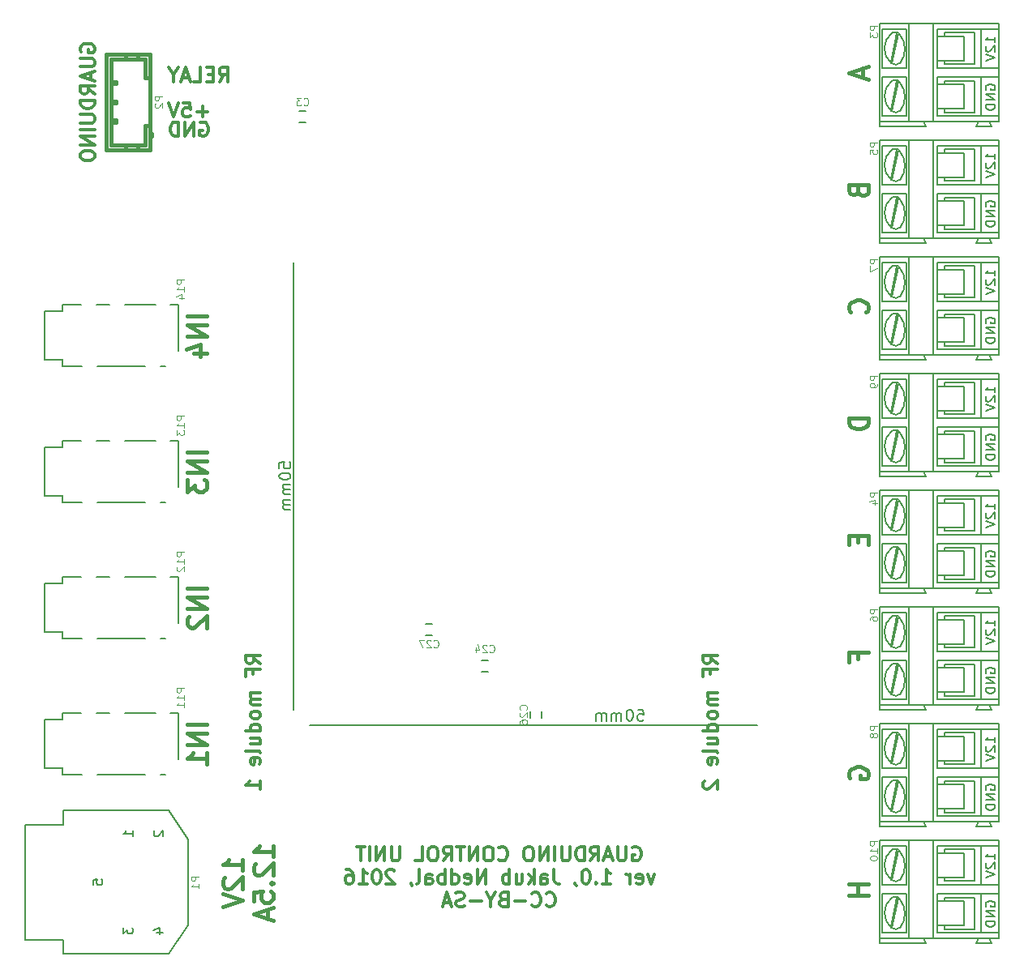
<source format=gbo>
G04 #@! TF.FileFunction,Legend,Bot*
%FSLAX46Y46*%
G04 Gerber Fmt 4.6, Leading zero omitted, Abs format (unit mm)*
G04 Created by KiCad (PCBNEW (2015-12-10 BZR 6367)-product) date Fri 07 Oct 2016 02:00:44 BST*
%MOMM*%
G01*
G04 APERTURE LIST*
%ADD10C,0.100000*%
%ADD11C,0.300000*%
%ADD12C,0.200000*%
%ADD13C,0.400000*%
%ADD14C,0.150000*%
%ADD15C,0.127000*%
%ADD16C,0.381000*%
%ADD17C,0.120000*%
G04 APERTURE END LIST*
D10*
D11*
X64686571Y-95492858D02*
X63972286Y-94992858D01*
X64686571Y-94635715D02*
X63186571Y-94635715D01*
X63186571Y-95207143D01*
X63258000Y-95350001D01*
X63329429Y-95421429D01*
X63472286Y-95492858D01*
X63686571Y-95492858D01*
X63829429Y-95421429D01*
X63900857Y-95350001D01*
X63972286Y-95207143D01*
X63972286Y-94635715D01*
X63900857Y-96635715D02*
X63900857Y-96135715D01*
X64686571Y-96135715D02*
X63186571Y-96135715D01*
X63186571Y-96850001D01*
X64686571Y-98564286D02*
X63686571Y-98564286D01*
X63829429Y-98564286D02*
X63758000Y-98635714D01*
X63686571Y-98778572D01*
X63686571Y-98992857D01*
X63758000Y-99135714D01*
X63900857Y-99207143D01*
X64686571Y-99207143D01*
X63900857Y-99207143D02*
X63758000Y-99278572D01*
X63686571Y-99421429D01*
X63686571Y-99635714D01*
X63758000Y-99778572D01*
X63900857Y-99850000D01*
X64686571Y-99850000D01*
X64686571Y-100778572D02*
X64615143Y-100635714D01*
X64543714Y-100564286D01*
X64400857Y-100492857D01*
X63972286Y-100492857D01*
X63829429Y-100564286D01*
X63758000Y-100635714D01*
X63686571Y-100778572D01*
X63686571Y-100992857D01*
X63758000Y-101135714D01*
X63829429Y-101207143D01*
X63972286Y-101278572D01*
X64400857Y-101278572D01*
X64543714Y-101207143D01*
X64615143Y-101135714D01*
X64686571Y-100992857D01*
X64686571Y-100778572D01*
X64686571Y-102564286D02*
X63186571Y-102564286D01*
X64615143Y-102564286D02*
X64686571Y-102421429D01*
X64686571Y-102135715D01*
X64615143Y-101992857D01*
X64543714Y-101921429D01*
X64400857Y-101850000D01*
X63972286Y-101850000D01*
X63829429Y-101921429D01*
X63758000Y-101992857D01*
X63686571Y-102135715D01*
X63686571Y-102421429D01*
X63758000Y-102564286D01*
X63686571Y-103921429D02*
X64686571Y-103921429D01*
X63686571Y-103278572D02*
X64472286Y-103278572D01*
X64615143Y-103350000D01*
X64686571Y-103492858D01*
X64686571Y-103707143D01*
X64615143Y-103850000D01*
X64543714Y-103921429D01*
X64686571Y-104850001D02*
X64615143Y-104707143D01*
X64472286Y-104635715D01*
X63186571Y-104635715D01*
X64615143Y-105992857D02*
X64686571Y-105850000D01*
X64686571Y-105564286D01*
X64615143Y-105421429D01*
X64472286Y-105350000D01*
X63900857Y-105350000D01*
X63758000Y-105421429D01*
X63686571Y-105564286D01*
X63686571Y-105850000D01*
X63758000Y-105992857D01*
X63900857Y-106064286D01*
X64043714Y-106064286D01*
X64186571Y-105350000D01*
X64686571Y-108635714D02*
X64686571Y-107778571D01*
X64686571Y-108207143D02*
X63186571Y-108207143D01*
X63400857Y-108064286D01*
X63543714Y-107921428D01*
X63615143Y-107778571D01*
X112438571Y-95492858D02*
X111724286Y-94992858D01*
X112438571Y-94635715D02*
X110938571Y-94635715D01*
X110938571Y-95207143D01*
X111010000Y-95350001D01*
X111081429Y-95421429D01*
X111224286Y-95492858D01*
X111438571Y-95492858D01*
X111581429Y-95421429D01*
X111652857Y-95350001D01*
X111724286Y-95207143D01*
X111724286Y-94635715D01*
X111652857Y-96635715D02*
X111652857Y-96135715D01*
X112438571Y-96135715D02*
X110938571Y-96135715D01*
X110938571Y-96850001D01*
X112438571Y-98564286D02*
X111438571Y-98564286D01*
X111581429Y-98564286D02*
X111510000Y-98635714D01*
X111438571Y-98778572D01*
X111438571Y-98992857D01*
X111510000Y-99135714D01*
X111652857Y-99207143D01*
X112438571Y-99207143D01*
X111652857Y-99207143D02*
X111510000Y-99278572D01*
X111438571Y-99421429D01*
X111438571Y-99635714D01*
X111510000Y-99778572D01*
X111652857Y-99850000D01*
X112438571Y-99850000D01*
X112438571Y-100778572D02*
X112367143Y-100635714D01*
X112295714Y-100564286D01*
X112152857Y-100492857D01*
X111724286Y-100492857D01*
X111581429Y-100564286D01*
X111510000Y-100635714D01*
X111438571Y-100778572D01*
X111438571Y-100992857D01*
X111510000Y-101135714D01*
X111581429Y-101207143D01*
X111724286Y-101278572D01*
X112152857Y-101278572D01*
X112295714Y-101207143D01*
X112367143Y-101135714D01*
X112438571Y-100992857D01*
X112438571Y-100778572D01*
X112438571Y-102564286D02*
X110938571Y-102564286D01*
X112367143Y-102564286D02*
X112438571Y-102421429D01*
X112438571Y-102135715D01*
X112367143Y-101992857D01*
X112295714Y-101921429D01*
X112152857Y-101850000D01*
X111724286Y-101850000D01*
X111581429Y-101921429D01*
X111510000Y-101992857D01*
X111438571Y-102135715D01*
X111438571Y-102421429D01*
X111510000Y-102564286D01*
X111438571Y-103921429D02*
X112438571Y-103921429D01*
X111438571Y-103278572D02*
X112224286Y-103278572D01*
X112367143Y-103350000D01*
X112438571Y-103492858D01*
X112438571Y-103707143D01*
X112367143Y-103850000D01*
X112295714Y-103921429D01*
X112438571Y-104850001D02*
X112367143Y-104707143D01*
X112224286Y-104635715D01*
X110938571Y-104635715D01*
X112367143Y-105992857D02*
X112438571Y-105850000D01*
X112438571Y-105564286D01*
X112367143Y-105421429D01*
X112224286Y-105350000D01*
X111652857Y-105350000D01*
X111510000Y-105421429D01*
X111438571Y-105564286D01*
X111438571Y-105850000D01*
X111510000Y-105992857D01*
X111652857Y-106064286D01*
X111795714Y-106064286D01*
X111938571Y-105350000D01*
X111081429Y-107778571D02*
X111010000Y-107850000D01*
X110938571Y-107992857D01*
X110938571Y-108350000D01*
X111010000Y-108492857D01*
X111081429Y-108564286D01*
X111224286Y-108635714D01*
X111367143Y-108635714D01*
X111581429Y-108564286D01*
X112438571Y-107707143D01*
X112438571Y-108635714D01*
X60419571Y-34714571D02*
X60919571Y-34000286D01*
X61276714Y-34714571D02*
X61276714Y-33214571D01*
X60705286Y-33214571D01*
X60562428Y-33286000D01*
X60491000Y-33357429D01*
X60419571Y-33500286D01*
X60419571Y-33714571D01*
X60491000Y-33857429D01*
X60562428Y-33928857D01*
X60705286Y-34000286D01*
X61276714Y-34000286D01*
X59776714Y-33928857D02*
X59276714Y-33928857D01*
X59062428Y-34714571D02*
X59776714Y-34714571D01*
X59776714Y-33214571D01*
X59062428Y-33214571D01*
X57705285Y-34714571D02*
X58419571Y-34714571D01*
X58419571Y-33214571D01*
X57276714Y-34286000D02*
X56562428Y-34286000D01*
X57419571Y-34714571D02*
X56919571Y-33214571D01*
X56419571Y-34714571D01*
X55633857Y-34000286D02*
X55633857Y-34714571D01*
X56133857Y-33214571D02*
X55633857Y-34000286D01*
X55133857Y-33214571D01*
X58419572Y-39001000D02*
X58562429Y-38929571D01*
X58776715Y-38929571D01*
X58991000Y-39001000D01*
X59133858Y-39143857D01*
X59205286Y-39286714D01*
X59276715Y-39572429D01*
X59276715Y-39786714D01*
X59205286Y-40072429D01*
X59133858Y-40215286D01*
X58991000Y-40358143D01*
X58776715Y-40429571D01*
X58633858Y-40429571D01*
X58419572Y-40358143D01*
X58348143Y-40286714D01*
X58348143Y-39786714D01*
X58633858Y-39786714D01*
X57705286Y-40429571D02*
X57705286Y-38929571D01*
X56848143Y-40429571D01*
X56848143Y-38929571D01*
X56133857Y-40429571D02*
X56133857Y-38929571D01*
X55776714Y-38929571D01*
X55562429Y-39001000D01*
X55419571Y-39143857D01*
X55348143Y-39286714D01*
X55276714Y-39572429D01*
X55276714Y-39786714D01*
X55348143Y-40072429D01*
X55419571Y-40215286D01*
X55562429Y-40358143D01*
X55776714Y-40429571D01*
X56133857Y-40429571D01*
X59205285Y-37826143D02*
X58062428Y-37826143D01*
X58633857Y-38397571D02*
X58633857Y-37254714D01*
X56633856Y-36897571D02*
X57348142Y-36897571D01*
X57419571Y-37611857D01*
X57348142Y-37540429D01*
X57205285Y-37469000D01*
X56848142Y-37469000D01*
X56705285Y-37540429D01*
X56633856Y-37611857D01*
X56562428Y-37754714D01*
X56562428Y-38111857D01*
X56633856Y-38254714D01*
X56705285Y-38326143D01*
X56848142Y-38397571D01*
X57205285Y-38397571D01*
X57348142Y-38326143D01*
X57419571Y-38254714D01*
X56133857Y-36897571D02*
X55633857Y-38397571D01*
X55133857Y-36897571D01*
D12*
X140470000Y-120904096D02*
X140422381Y-120808858D01*
X140422381Y-120666001D01*
X140470000Y-120523143D01*
X140565238Y-120427905D01*
X140660476Y-120380286D01*
X140850952Y-120332667D01*
X140993810Y-120332667D01*
X141184286Y-120380286D01*
X141279524Y-120427905D01*
X141374762Y-120523143D01*
X141422381Y-120666001D01*
X141422381Y-120761239D01*
X141374762Y-120904096D01*
X141327143Y-120951715D01*
X140993810Y-120951715D01*
X140993810Y-120761239D01*
X141422381Y-121380286D02*
X140422381Y-121380286D01*
X141422381Y-121951715D01*
X140422381Y-121951715D01*
X141422381Y-122427905D02*
X140422381Y-122427905D01*
X140422381Y-122666000D01*
X140470000Y-122808858D01*
X140565238Y-122904096D01*
X140660476Y-122951715D01*
X140850952Y-122999334D01*
X140993810Y-122999334D01*
X141184286Y-122951715D01*
X141279524Y-122904096D01*
X141374762Y-122808858D01*
X141422381Y-122666000D01*
X141422381Y-122427905D01*
X140470000Y-108712096D02*
X140422381Y-108616858D01*
X140422381Y-108474001D01*
X140470000Y-108331143D01*
X140565238Y-108235905D01*
X140660476Y-108188286D01*
X140850952Y-108140667D01*
X140993810Y-108140667D01*
X141184286Y-108188286D01*
X141279524Y-108235905D01*
X141374762Y-108331143D01*
X141422381Y-108474001D01*
X141422381Y-108569239D01*
X141374762Y-108712096D01*
X141327143Y-108759715D01*
X140993810Y-108759715D01*
X140993810Y-108569239D01*
X141422381Y-109188286D02*
X140422381Y-109188286D01*
X141422381Y-109759715D01*
X140422381Y-109759715D01*
X141422381Y-110235905D02*
X140422381Y-110235905D01*
X140422381Y-110474000D01*
X140470000Y-110616858D01*
X140565238Y-110712096D01*
X140660476Y-110759715D01*
X140850952Y-110807334D01*
X140993810Y-110807334D01*
X141184286Y-110759715D01*
X141279524Y-110712096D01*
X141374762Y-110616858D01*
X141422381Y-110474000D01*
X141422381Y-110235905D01*
X140470000Y-96520096D02*
X140422381Y-96424858D01*
X140422381Y-96282001D01*
X140470000Y-96139143D01*
X140565238Y-96043905D01*
X140660476Y-95996286D01*
X140850952Y-95948667D01*
X140993810Y-95948667D01*
X141184286Y-95996286D01*
X141279524Y-96043905D01*
X141374762Y-96139143D01*
X141422381Y-96282001D01*
X141422381Y-96377239D01*
X141374762Y-96520096D01*
X141327143Y-96567715D01*
X140993810Y-96567715D01*
X140993810Y-96377239D01*
X141422381Y-96996286D02*
X140422381Y-96996286D01*
X141422381Y-97567715D01*
X140422381Y-97567715D01*
X141422381Y-98043905D02*
X140422381Y-98043905D01*
X140422381Y-98282000D01*
X140470000Y-98424858D01*
X140565238Y-98520096D01*
X140660476Y-98567715D01*
X140850952Y-98615334D01*
X140993810Y-98615334D01*
X141184286Y-98567715D01*
X141279524Y-98520096D01*
X141374762Y-98424858D01*
X141422381Y-98282000D01*
X141422381Y-98043905D01*
X140470000Y-84328096D02*
X140422381Y-84232858D01*
X140422381Y-84090001D01*
X140470000Y-83947143D01*
X140565238Y-83851905D01*
X140660476Y-83804286D01*
X140850952Y-83756667D01*
X140993810Y-83756667D01*
X141184286Y-83804286D01*
X141279524Y-83851905D01*
X141374762Y-83947143D01*
X141422381Y-84090001D01*
X141422381Y-84185239D01*
X141374762Y-84328096D01*
X141327143Y-84375715D01*
X140993810Y-84375715D01*
X140993810Y-84185239D01*
X141422381Y-84804286D02*
X140422381Y-84804286D01*
X141422381Y-85375715D01*
X140422381Y-85375715D01*
X141422381Y-85851905D02*
X140422381Y-85851905D01*
X140422381Y-86090000D01*
X140470000Y-86232858D01*
X140565238Y-86328096D01*
X140660476Y-86375715D01*
X140850952Y-86423334D01*
X140993810Y-86423334D01*
X141184286Y-86375715D01*
X141279524Y-86328096D01*
X141374762Y-86232858D01*
X141422381Y-86090000D01*
X141422381Y-85851905D01*
X140470000Y-72136096D02*
X140422381Y-72040858D01*
X140422381Y-71898001D01*
X140470000Y-71755143D01*
X140565238Y-71659905D01*
X140660476Y-71612286D01*
X140850952Y-71564667D01*
X140993810Y-71564667D01*
X141184286Y-71612286D01*
X141279524Y-71659905D01*
X141374762Y-71755143D01*
X141422381Y-71898001D01*
X141422381Y-71993239D01*
X141374762Y-72136096D01*
X141327143Y-72183715D01*
X140993810Y-72183715D01*
X140993810Y-71993239D01*
X141422381Y-72612286D02*
X140422381Y-72612286D01*
X141422381Y-73183715D01*
X140422381Y-73183715D01*
X141422381Y-73659905D02*
X140422381Y-73659905D01*
X140422381Y-73898000D01*
X140470000Y-74040858D01*
X140565238Y-74136096D01*
X140660476Y-74183715D01*
X140850952Y-74231334D01*
X140993810Y-74231334D01*
X141184286Y-74183715D01*
X141279524Y-74136096D01*
X141374762Y-74040858D01*
X141422381Y-73898000D01*
X141422381Y-73659905D01*
X140470000Y-59944096D02*
X140422381Y-59848858D01*
X140422381Y-59706001D01*
X140470000Y-59563143D01*
X140565238Y-59467905D01*
X140660476Y-59420286D01*
X140850952Y-59372667D01*
X140993810Y-59372667D01*
X141184286Y-59420286D01*
X141279524Y-59467905D01*
X141374762Y-59563143D01*
X141422381Y-59706001D01*
X141422381Y-59801239D01*
X141374762Y-59944096D01*
X141327143Y-59991715D01*
X140993810Y-59991715D01*
X140993810Y-59801239D01*
X141422381Y-60420286D02*
X140422381Y-60420286D01*
X141422381Y-60991715D01*
X140422381Y-60991715D01*
X141422381Y-61467905D02*
X140422381Y-61467905D01*
X140422381Y-61706000D01*
X140470000Y-61848858D01*
X140565238Y-61944096D01*
X140660476Y-61991715D01*
X140850952Y-62039334D01*
X140993810Y-62039334D01*
X141184286Y-61991715D01*
X141279524Y-61944096D01*
X141374762Y-61848858D01*
X141422381Y-61706000D01*
X141422381Y-61467905D01*
X140470000Y-35560096D02*
X140422381Y-35464858D01*
X140422381Y-35322001D01*
X140470000Y-35179143D01*
X140565238Y-35083905D01*
X140660476Y-35036286D01*
X140850952Y-34988667D01*
X140993810Y-34988667D01*
X141184286Y-35036286D01*
X141279524Y-35083905D01*
X141374762Y-35179143D01*
X141422381Y-35322001D01*
X141422381Y-35417239D01*
X141374762Y-35560096D01*
X141327143Y-35607715D01*
X140993810Y-35607715D01*
X140993810Y-35417239D01*
X141422381Y-36036286D02*
X140422381Y-36036286D01*
X141422381Y-36607715D01*
X140422381Y-36607715D01*
X141422381Y-37083905D02*
X140422381Y-37083905D01*
X140422381Y-37322000D01*
X140470000Y-37464858D01*
X140565238Y-37560096D01*
X140660476Y-37607715D01*
X140850952Y-37655334D01*
X140993810Y-37655334D01*
X141184286Y-37607715D01*
X141279524Y-37560096D01*
X141374762Y-37464858D01*
X141422381Y-37322000D01*
X141422381Y-37083905D01*
X140470000Y-47752096D02*
X140422381Y-47656858D01*
X140422381Y-47514001D01*
X140470000Y-47371143D01*
X140565238Y-47275905D01*
X140660476Y-47228286D01*
X140850952Y-47180667D01*
X140993810Y-47180667D01*
X141184286Y-47228286D01*
X141279524Y-47275905D01*
X141374762Y-47371143D01*
X141422381Y-47514001D01*
X141422381Y-47609239D01*
X141374762Y-47752096D01*
X141327143Y-47799715D01*
X140993810Y-47799715D01*
X140993810Y-47609239D01*
X141422381Y-48228286D02*
X140422381Y-48228286D01*
X141422381Y-48799715D01*
X140422381Y-48799715D01*
X141422381Y-49275905D02*
X140422381Y-49275905D01*
X140422381Y-49514000D01*
X140470000Y-49656858D01*
X140565238Y-49752096D01*
X140660476Y-49799715D01*
X140850952Y-49847334D01*
X140993810Y-49847334D01*
X141184286Y-49799715D01*
X141279524Y-49752096D01*
X141374762Y-49656858D01*
X141422381Y-49514000D01*
X141422381Y-49275905D01*
X141422381Y-115966953D02*
X141422381Y-115395524D01*
X141422381Y-115681238D02*
X140422381Y-115681238D01*
X140565238Y-115586000D01*
X140660476Y-115490762D01*
X140708095Y-115395524D01*
X140517619Y-116347905D02*
X140470000Y-116395524D01*
X140422381Y-116490762D01*
X140422381Y-116728858D01*
X140470000Y-116824096D01*
X140517619Y-116871715D01*
X140612857Y-116919334D01*
X140708095Y-116919334D01*
X140850952Y-116871715D01*
X141422381Y-116300286D01*
X141422381Y-116919334D01*
X140422381Y-117205048D02*
X141422381Y-117538381D01*
X140422381Y-117871715D01*
X141422381Y-103774953D02*
X141422381Y-103203524D01*
X141422381Y-103489238D02*
X140422381Y-103489238D01*
X140565238Y-103394000D01*
X140660476Y-103298762D01*
X140708095Y-103203524D01*
X140517619Y-104155905D02*
X140470000Y-104203524D01*
X140422381Y-104298762D01*
X140422381Y-104536858D01*
X140470000Y-104632096D01*
X140517619Y-104679715D01*
X140612857Y-104727334D01*
X140708095Y-104727334D01*
X140850952Y-104679715D01*
X141422381Y-104108286D01*
X141422381Y-104727334D01*
X140422381Y-105013048D02*
X141422381Y-105346381D01*
X140422381Y-105679715D01*
X141422381Y-91582953D02*
X141422381Y-91011524D01*
X141422381Y-91297238D02*
X140422381Y-91297238D01*
X140565238Y-91202000D01*
X140660476Y-91106762D01*
X140708095Y-91011524D01*
X140517619Y-91963905D02*
X140470000Y-92011524D01*
X140422381Y-92106762D01*
X140422381Y-92344858D01*
X140470000Y-92440096D01*
X140517619Y-92487715D01*
X140612857Y-92535334D01*
X140708095Y-92535334D01*
X140850952Y-92487715D01*
X141422381Y-91916286D01*
X141422381Y-92535334D01*
X140422381Y-92821048D02*
X141422381Y-93154381D01*
X140422381Y-93487715D01*
X141422381Y-79390953D02*
X141422381Y-78819524D01*
X141422381Y-79105238D02*
X140422381Y-79105238D01*
X140565238Y-79010000D01*
X140660476Y-78914762D01*
X140708095Y-78819524D01*
X140517619Y-79771905D02*
X140470000Y-79819524D01*
X140422381Y-79914762D01*
X140422381Y-80152858D01*
X140470000Y-80248096D01*
X140517619Y-80295715D01*
X140612857Y-80343334D01*
X140708095Y-80343334D01*
X140850952Y-80295715D01*
X141422381Y-79724286D01*
X141422381Y-80343334D01*
X140422381Y-80629048D02*
X141422381Y-80962381D01*
X140422381Y-81295715D01*
X141422381Y-67198953D02*
X141422381Y-66627524D01*
X141422381Y-66913238D02*
X140422381Y-66913238D01*
X140565238Y-66818000D01*
X140660476Y-66722762D01*
X140708095Y-66627524D01*
X140517619Y-67579905D02*
X140470000Y-67627524D01*
X140422381Y-67722762D01*
X140422381Y-67960858D01*
X140470000Y-68056096D01*
X140517619Y-68103715D01*
X140612857Y-68151334D01*
X140708095Y-68151334D01*
X140850952Y-68103715D01*
X141422381Y-67532286D01*
X141422381Y-68151334D01*
X140422381Y-68437048D02*
X141422381Y-68770381D01*
X140422381Y-69103715D01*
X141422381Y-55006953D02*
X141422381Y-54435524D01*
X141422381Y-54721238D02*
X140422381Y-54721238D01*
X140565238Y-54626000D01*
X140660476Y-54530762D01*
X140708095Y-54435524D01*
X140517619Y-55387905D02*
X140470000Y-55435524D01*
X140422381Y-55530762D01*
X140422381Y-55768858D01*
X140470000Y-55864096D01*
X140517619Y-55911715D01*
X140612857Y-55959334D01*
X140708095Y-55959334D01*
X140850952Y-55911715D01*
X141422381Y-55340286D01*
X141422381Y-55959334D01*
X140422381Y-56245048D02*
X141422381Y-56578381D01*
X140422381Y-56911715D01*
X141422381Y-42814953D02*
X141422381Y-42243524D01*
X141422381Y-42529238D02*
X140422381Y-42529238D01*
X140565238Y-42434000D01*
X140660476Y-42338762D01*
X140708095Y-42243524D01*
X140517619Y-43195905D02*
X140470000Y-43243524D01*
X140422381Y-43338762D01*
X140422381Y-43576858D01*
X140470000Y-43672096D01*
X140517619Y-43719715D01*
X140612857Y-43767334D01*
X140708095Y-43767334D01*
X140850952Y-43719715D01*
X141422381Y-43148286D01*
X141422381Y-43767334D01*
X140422381Y-44053048D02*
X141422381Y-44386381D01*
X140422381Y-44719715D01*
X141422381Y-30622953D02*
X141422381Y-30051524D01*
X141422381Y-30337238D02*
X140422381Y-30337238D01*
X140565238Y-30242000D01*
X140660476Y-30146762D01*
X140708095Y-30051524D01*
X140517619Y-31003905D02*
X140470000Y-31051524D01*
X140422381Y-31146762D01*
X140422381Y-31384858D01*
X140470000Y-31480096D01*
X140517619Y-31527715D01*
X140612857Y-31575334D01*
X140708095Y-31575334D01*
X140850952Y-31527715D01*
X141422381Y-30956286D01*
X141422381Y-31575334D01*
X140422381Y-31861048D02*
X141422381Y-32194381D01*
X140422381Y-32527715D01*
D11*
X45986000Y-31579999D02*
X45914571Y-31437142D01*
X45914571Y-31222856D01*
X45986000Y-31008571D01*
X46128857Y-30865713D01*
X46271714Y-30794285D01*
X46557429Y-30722856D01*
X46771714Y-30722856D01*
X47057429Y-30794285D01*
X47200286Y-30865713D01*
X47343143Y-31008571D01*
X47414571Y-31222856D01*
X47414571Y-31365713D01*
X47343143Y-31579999D01*
X47271714Y-31651428D01*
X46771714Y-31651428D01*
X46771714Y-31365713D01*
X45914571Y-32294285D02*
X47128857Y-32294285D01*
X47271714Y-32365713D01*
X47343143Y-32437142D01*
X47414571Y-32579999D01*
X47414571Y-32865713D01*
X47343143Y-33008571D01*
X47271714Y-33079999D01*
X47128857Y-33151428D01*
X45914571Y-33151428D01*
X46986000Y-33794285D02*
X46986000Y-34508571D01*
X47414571Y-33651428D02*
X45914571Y-34151428D01*
X47414571Y-34651428D01*
X47414571Y-36008571D02*
X46700286Y-35508571D01*
X47414571Y-35151428D02*
X45914571Y-35151428D01*
X45914571Y-35722856D01*
X45986000Y-35865714D01*
X46057429Y-35937142D01*
X46200286Y-36008571D01*
X46414571Y-36008571D01*
X46557429Y-35937142D01*
X46628857Y-35865714D01*
X46700286Y-35722856D01*
X46700286Y-35151428D01*
X47414571Y-36651428D02*
X45914571Y-36651428D01*
X45914571Y-37008571D01*
X45986000Y-37222856D01*
X46128857Y-37365714D01*
X46271714Y-37437142D01*
X46557429Y-37508571D01*
X46771714Y-37508571D01*
X47057429Y-37437142D01*
X47200286Y-37365714D01*
X47343143Y-37222856D01*
X47414571Y-37008571D01*
X47414571Y-36651428D01*
X45914571Y-38151428D02*
X47128857Y-38151428D01*
X47271714Y-38222856D01*
X47343143Y-38294285D01*
X47414571Y-38437142D01*
X47414571Y-38722856D01*
X47343143Y-38865714D01*
X47271714Y-38937142D01*
X47128857Y-39008571D01*
X45914571Y-39008571D01*
X47414571Y-39722857D02*
X45914571Y-39722857D01*
X47414571Y-40437143D02*
X45914571Y-40437143D01*
X47414571Y-41294286D01*
X45914571Y-41294286D01*
X45914571Y-42294286D02*
X45914571Y-42580000D01*
X45986000Y-42722858D01*
X46128857Y-42865715D01*
X46414571Y-42937143D01*
X46914571Y-42937143D01*
X47200286Y-42865715D01*
X47343143Y-42722858D01*
X47414571Y-42580000D01*
X47414571Y-42294286D01*
X47343143Y-42151429D01*
X47200286Y-42008572D01*
X46914571Y-41937143D01*
X46414571Y-41937143D01*
X46128857Y-42008572D01*
X45986000Y-42151429D01*
X45914571Y-42294286D01*
D13*
X62804762Y-117125905D02*
X62804762Y-115983047D01*
X62804762Y-116554476D02*
X60804762Y-116554476D01*
X61090476Y-116364000D01*
X61280952Y-116173524D01*
X61376190Y-115983047D01*
X60995238Y-117887809D02*
X60900000Y-117983047D01*
X60804762Y-118173524D01*
X60804762Y-118649714D01*
X60900000Y-118840190D01*
X60995238Y-118935428D01*
X61185714Y-119030667D01*
X61376190Y-119030667D01*
X61661905Y-118935428D01*
X62804762Y-117792571D01*
X62804762Y-119030667D01*
X60804762Y-119602095D02*
X62804762Y-120268762D01*
X60804762Y-120935429D01*
X66004762Y-115697334D02*
X66004762Y-114554476D01*
X66004762Y-115125905D02*
X64004762Y-115125905D01*
X64290476Y-114935429D01*
X64480952Y-114744953D01*
X64576190Y-114554476D01*
X64195238Y-116459238D02*
X64100000Y-116554476D01*
X64004762Y-116744953D01*
X64004762Y-117221143D01*
X64100000Y-117411619D01*
X64195238Y-117506857D01*
X64385714Y-117602096D01*
X64576190Y-117602096D01*
X64861905Y-117506857D01*
X66004762Y-116364000D01*
X66004762Y-117602096D01*
X65814286Y-118459238D02*
X65909524Y-118554477D01*
X66004762Y-118459238D01*
X65909524Y-118364000D01*
X65814286Y-118459238D01*
X66004762Y-118459238D01*
X64004762Y-120364000D02*
X64004762Y-119411619D01*
X64957143Y-119316381D01*
X64861905Y-119411619D01*
X64766667Y-119602096D01*
X64766667Y-120078286D01*
X64861905Y-120268762D01*
X64957143Y-120364000D01*
X65147619Y-120459239D01*
X65623810Y-120459239D01*
X65814286Y-120364000D01*
X65909524Y-120268762D01*
X66004762Y-120078286D01*
X66004762Y-119602096D01*
X65909524Y-119411619D01*
X65814286Y-119316381D01*
X65433333Y-121221143D02*
X65433333Y-122173524D01*
X66004762Y-121030667D02*
X64004762Y-121697334D01*
X66004762Y-122364001D01*
X59070762Y-101886000D02*
X57070762Y-101886000D01*
X59070762Y-102838381D02*
X57070762Y-102838381D01*
X59070762Y-103981239D01*
X57070762Y-103981239D01*
X59070762Y-105981239D02*
X59070762Y-104838381D01*
X59070762Y-105409810D02*
X57070762Y-105409810D01*
X57356476Y-105219334D01*
X57546952Y-105028858D01*
X57642190Y-104838381D01*
X59070762Y-87662000D02*
X57070762Y-87662000D01*
X59070762Y-88614381D02*
X57070762Y-88614381D01*
X59070762Y-89757239D01*
X57070762Y-89757239D01*
X57261238Y-90614381D02*
X57166000Y-90709619D01*
X57070762Y-90900096D01*
X57070762Y-91376286D01*
X57166000Y-91566762D01*
X57261238Y-91662000D01*
X57451714Y-91757239D01*
X57642190Y-91757239D01*
X57927905Y-91662000D01*
X59070762Y-90519143D01*
X59070762Y-91757239D01*
X59070762Y-73438000D02*
X57070762Y-73438000D01*
X59070762Y-74390381D02*
X57070762Y-74390381D01*
X59070762Y-75533239D01*
X57070762Y-75533239D01*
X57070762Y-76295143D02*
X57070762Y-77533239D01*
X57832667Y-76866572D01*
X57832667Y-77152286D01*
X57927905Y-77342762D01*
X58023143Y-77438000D01*
X58213619Y-77533239D01*
X58689810Y-77533239D01*
X58880286Y-77438000D01*
X58975524Y-77342762D01*
X59070762Y-77152286D01*
X59070762Y-76580858D01*
X58975524Y-76390381D01*
X58880286Y-76295143D01*
X59070762Y-59214000D02*
X57070762Y-59214000D01*
X59070762Y-60166381D02*
X57070762Y-60166381D01*
X59070762Y-61309239D01*
X57070762Y-61309239D01*
X57737429Y-63118762D02*
X59070762Y-63118762D01*
X56975524Y-62642572D02*
X58404095Y-62166381D01*
X58404095Y-63404477D01*
X127587333Y-33305809D02*
X127587333Y-34258190D01*
X128158762Y-33115333D02*
X126158762Y-33782000D01*
X128158762Y-34448667D01*
X127111143Y-46116857D02*
X127206381Y-46402571D01*
X127301619Y-46497810D01*
X127492095Y-46593048D01*
X127777810Y-46593048D01*
X127968286Y-46497810D01*
X128063524Y-46402571D01*
X128158762Y-46212095D01*
X128158762Y-45450190D01*
X126158762Y-45450190D01*
X126158762Y-46116857D01*
X126254000Y-46307333D01*
X126349238Y-46402571D01*
X126539714Y-46497810D01*
X126730190Y-46497810D01*
X126920667Y-46402571D01*
X127015905Y-46307333D01*
X127111143Y-46116857D01*
X127111143Y-45450190D01*
X127968286Y-58785048D02*
X128063524Y-58689810D01*
X128158762Y-58404095D01*
X128158762Y-58213619D01*
X128063524Y-57927905D01*
X127873048Y-57737429D01*
X127682571Y-57642190D01*
X127301619Y-57546952D01*
X127015905Y-57546952D01*
X126634952Y-57642190D01*
X126444476Y-57737429D01*
X126254000Y-57927905D01*
X126158762Y-58213619D01*
X126158762Y-58404095D01*
X126254000Y-58689810D01*
X126349238Y-58785048D01*
X128158762Y-69834190D02*
X126158762Y-69834190D01*
X126158762Y-70310381D01*
X126254000Y-70596095D01*
X126444476Y-70786571D01*
X126634952Y-70881810D01*
X127015905Y-70977048D01*
X127301619Y-70977048D01*
X127682571Y-70881810D01*
X127873048Y-70786571D01*
X128063524Y-70596095D01*
X128158762Y-70310381D01*
X128158762Y-69834190D01*
X127111143Y-82121428D02*
X127111143Y-82788095D01*
X128158762Y-83073809D02*
X128158762Y-82121428D01*
X126158762Y-82121428D01*
X126158762Y-83073809D01*
X127111143Y-95027714D02*
X127111143Y-94361047D01*
X128158762Y-94361047D02*
X126158762Y-94361047D01*
X126158762Y-95313428D01*
X126254000Y-107457810D02*
X126158762Y-107267333D01*
X126158762Y-106981619D01*
X126254000Y-106695905D01*
X126444476Y-106505429D01*
X126634952Y-106410190D01*
X127015905Y-106314952D01*
X127301619Y-106314952D01*
X127682571Y-106410190D01*
X127873048Y-106505429D01*
X128063524Y-106695905D01*
X128158762Y-106981619D01*
X128158762Y-107172095D01*
X128063524Y-107457810D01*
X127968286Y-107553048D01*
X127301619Y-107553048D01*
X127301619Y-107172095D01*
X128158762Y-118554571D02*
X126158762Y-118554571D01*
X127111143Y-118554571D02*
X127111143Y-119697429D01*
X128158762Y-119697429D02*
X126158762Y-119697429D01*
D12*
X66652857Y-75076286D02*
X66652857Y-74504857D01*
X67224286Y-74447714D01*
X67167143Y-74504857D01*
X67110000Y-74619143D01*
X67110000Y-74904857D01*
X67167143Y-75019143D01*
X67224286Y-75076286D01*
X67338571Y-75133429D01*
X67624286Y-75133429D01*
X67738571Y-75076286D01*
X67795714Y-75019143D01*
X67852857Y-74904857D01*
X67852857Y-74619143D01*
X67795714Y-74504857D01*
X67738571Y-74447714D01*
X66652857Y-75876286D02*
X66652857Y-75990571D01*
X66710000Y-76104857D01*
X66767143Y-76162000D01*
X66881429Y-76219143D01*
X67110000Y-76276286D01*
X67395714Y-76276286D01*
X67624286Y-76219143D01*
X67738571Y-76162000D01*
X67795714Y-76104857D01*
X67852857Y-75990571D01*
X67852857Y-75876286D01*
X67795714Y-75762000D01*
X67738571Y-75704857D01*
X67624286Y-75647714D01*
X67395714Y-75590571D01*
X67110000Y-75590571D01*
X66881429Y-75647714D01*
X66767143Y-75704857D01*
X66710000Y-75762000D01*
X66652857Y-75876286D01*
X67852857Y-76790571D02*
X67052857Y-76790571D01*
X67167143Y-76790571D02*
X67110000Y-76847714D01*
X67052857Y-76962000D01*
X67052857Y-77133428D01*
X67110000Y-77247714D01*
X67224286Y-77304857D01*
X67852857Y-77304857D01*
X67224286Y-77304857D02*
X67110000Y-77362000D01*
X67052857Y-77476286D01*
X67052857Y-77647714D01*
X67110000Y-77762000D01*
X67224286Y-77819143D01*
X67852857Y-77819143D01*
X67852857Y-78390571D02*
X67052857Y-78390571D01*
X67167143Y-78390571D02*
X67110000Y-78447714D01*
X67052857Y-78562000D01*
X67052857Y-78733428D01*
X67110000Y-78847714D01*
X67224286Y-78904857D01*
X67852857Y-78904857D01*
X67224286Y-78904857D02*
X67110000Y-78962000D01*
X67052857Y-79076286D01*
X67052857Y-79247714D01*
X67110000Y-79362000D01*
X67224286Y-79419143D01*
X67852857Y-79419143D01*
X104120714Y-100307857D02*
X104692143Y-100307857D01*
X104749286Y-100879286D01*
X104692143Y-100822143D01*
X104577857Y-100765000D01*
X104292143Y-100765000D01*
X104177857Y-100822143D01*
X104120714Y-100879286D01*
X104063571Y-100993571D01*
X104063571Y-101279286D01*
X104120714Y-101393571D01*
X104177857Y-101450714D01*
X104292143Y-101507857D01*
X104577857Y-101507857D01*
X104692143Y-101450714D01*
X104749286Y-101393571D01*
X103320714Y-100307857D02*
X103206429Y-100307857D01*
X103092143Y-100365000D01*
X103035000Y-100422143D01*
X102977857Y-100536429D01*
X102920714Y-100765000D01*
X102920714Y-101050714D01*
X102977857Y-101279286D01*
X103035000Y-101393571D01*
X103092143Y-101450714D01*
X103206429Y-101507857D01*
X103320714Y-101507857D01*
X103435000Y-101450714D01*
X103492143Y-101393571D01*
X103549286Y-101279286D01*
X103606429Y-101050714D01*
X103606429Y-100765000D01*
X103549286Y-100536429D01*
X103492143Y-100422143D01*
X103435000Y-100365000D01*
X103320714Y-100307857D01*
X102406429Y-101507857D02*
X102406429Y-100707857D01*
X102406429Y-100822143D02*
X102349286Y-100765000D01*
X102235000Y-100707857D01*
X102063572Y-100707857D01*
X101949286Y-100765000D01*
X101892143Y-100879286D01*
X101892143Y-101507857D01*
X101892143Y-100879286D02*
X101835000Y-100765000D01*
X101720714Y-100707857D01*
X101549286Y-100707857D01*
X101435000Y-100765000D01*
X101377857Y-100879286D01*
X101377857Y-101507857D01*
X100806429Y-101507857D02*
X100806429Y-100707857D01*
X100806429Y-100822143D02*
X100749286Y-100765000D01*
X100635000Y-100707857D01*
X100463572Y-100707857D01*
X100349286Y-100765000D01*
X100292143Y-100879286D01*
X100292143Y-101507857D01*
X100292143Y-100879286D02*
X100235000Y-100765000D01*
X100120714Y-100707857D01*
X99949286Y-100707857D01*
X99835000Y-100765000D01*
X99777857Y-100879286D01*
X99777857Y-101507857D01*
X68199000Y-100330000D02*
X68199000Y-53594000D01*
X116586000Y-101981000D02*
X69850000Y-101981000D01*
D11*
X103590573Y-114706000D02*
X103733430Y-114634571D01*
X103947716Y-114634571D01*
X104162001Y-114706000D01*
X104304859Y-114848857D01*
X104376287Y-114991714D01*
X104447716Y-115277429D01*
X104447716Y-115491714D01*
X104376287Y-115777429D01*
X104304859Y-115920286D01*
X104162001Y-116063143D01*
X103947716Y-116134571D01*
X103804859Y-116134571D01*
X103590573Y-116063143D01*
X103519144Y-115991714D01*
X103519144Y-115491714D01*
X103804859Y-115491714D01*
X102876287Y-114634571D02*
X102876287Y-115848857D01*
X102804859Y-115991714D01*
X102733430Y-116063143D01*
X102590573Y-116134571D01*
X102304859Y-116134571D01*
X102162001Y-116063143D01*
X102090573Y-115991714D01*
X102019144Y-115848857D01*
X102019144Y-114634571D01*
X101376287Y-115706000D02*
X100662001Y-115706000D01*
X101519144Y-116134571D02*
X101019144Y-114634571D01*
X100519144Y-116134571D01*
X99162001Y-116134571D02*
X99662001Y-115420286D01*
X100019144Y-116134571D02*
X100019144Y-114634571D01*
X99447716Y-114634571D01*
X99304858Y-114706000D01*
X99233430Y-114777429D01*
X99162001Y-114920286D01*
X99162001Y-115134571D01*
X99233430Y-115277429D01*
X99304858Y-115348857D01*
X99447716Y-115420286D01*
X100019144Y-115420286D01*
X98519144Y-116134571D02*
X98519144Y-114634571D01*
X98162001Y-114634571D01*
X97947716Y-114706000D01*
X97804858Y-114848857D01*
X97733430Y-114991714D01*
X97662001Y-115277429D01*
X97662001Y-115491714D01*
X97733430Y-115777429D01*
X97804858Y-115920286D01*
X97947716Y-116063143D01*
X98162001Y-116134571D01*
X98519144Y-116134571D01*
X97019144Y-114634571D02*
X97019144Y-115848857D01*
X96947716Y-115991714D01*
X96876287Y-116063143D01*
X96733430Y-116134571D01*
X96447716Y-116134571D01*
X96304858Y-116063143D01*
X96233430Y-115991714D01*
X96162001Y-115848857D01*
X96162001Y-114634571D01*
X95447715Y-116134571D02*
X95447715Y-114634571D01*
X94733429Y-116134571D02*
X94733429Y-114634571D01*
X93876286Y-116134571D01*
X93876286Y-114634571D01*
X92876286Y-114634571D02*
X92590572Y-114634571D01*
X92447714Y-114706000D01*
X92304857Y-114848857D01*
X92233429Y-115134571D01*
X92233429Y-115634571D01*
X92304857Y-115920286D01*
X92447714Y-116063143D01*
X92590572Y-116134571D01*
X92876286Y-116134571D01*
X93019143Y-116063143D01*
X93162000Y-115920286D01*
X93233429Y-115634571D01*
X93233429Y-115134571D01*
X93162000Y-114848857D01*
X93019143Y-114706000D01*
X92876286Y-114634571D01*
X89590571Y-115991714D02*
X89662000Y-116063143D01*
X89876286Y-116134571D01*
X90019143Y-116134571D01*
X90233428Y-116063143D01*
X90376286Y-115920286D01*
X90447714Y-115777429D01*
X90519143Y-115491714D01*
X90519143Y-115277429D01*
X90447714Y-114991714D01*
X90376286Y-114848857D01*
X90233428Y-114706000D01*
X90019143Y-114634571D01*
X89876286Y-114634571D01*
X89662000Y-114706000D01*
X89590571Y-114777429D01*
X88662000Y-114634571D02*
X88376286Y-114634571D01*
X88233428Y-114706000D01*
X88090571Y-114848857D01*
X88019143Y-115134571D01*
X88019143Y-115634571D01*
X88090571Y-115920286D01*
X88233428Y-116063143D01*
X88376286Y-116134571D01*
X88662000Y-116134571D01*
X88804857Y-116063143D01*
X88947714Y-115920286D01*
X89019143Y-115634571D01*
X89019143Y-115134571D01*
X88947714Y-114848857D01*
X88804857Y-114706000D01*
X88662000Y-114634571D01*
X87376285Y-116134571D02*
X87376285Y-114634571D01*
X86519142Y-116134571D01*
X86519142Y-114634571D01*
X86019142Y-114634571D02*
X85161999Y-114634571D01*
X85590570Y-116134571D02*
X85590570Y-114634571D01*
X83804856Y-116134571D02*
X84304856Y-115420286D01*
X84661999Y-116134571D02*
X84661999Y-114634571D01*
X84090571Y-114634571D01*
X83947713Y-114706000D01*
X83876285Y-114777429D01*
X83804856Y-114920286D01*
X83804856Y-115134571D01*
X83876285Y-115277429D01*
X83947713Y-115348857D01*
X84090571Y-115420286D01*
X84661999Y-115420286D01*
X82876285Y-114634571D02*
X82590571Y-114634571D01*
X82447713Y-114706000D01*
X82304856Y-114848857D01*
X82233428Y-115134571D01*
X82233428Y-115634571D01*
X82304856Y-115920286D01*
X82447713Y-116063143D01*
X82590571Y-116134571D01*
X82876285Y-116134571D01*
X83019142Y-116063143D01*
X83161999Y-115920286D01*
X83233428Y-115634571D01*
X83233428Y-115134571D01*
X83161999Y-114848857D01*
X83019142Y-114706000D01*
X82876285Y-114634571D01*
X80876284Y-116134571D02*
X81590570Y-116134571D01*
X81590570Y-114634571D01*
X79233427Y-114634571D02*
X79233427Y-115848857D01*
X79161999Y-115991714D01*
X79090570Y-116063143D01*
X78947713Y-116134571D01*
X78661999Y-116134571D01*
X78519141Y-116063143D01*
X78447713Y-115991714D01*
X78376284Y-115848857D01*
X78376284Y-114634571D01*
X77661998Y-116134571D02*
X77661998Y-114634571D01*
X76804855Y-116134571D01*
X76804855Y-114634571D01*
X76090569Y-116134571D02*
X76090569Y-114634571D01*
X75590569Y-114634571D02*
X74733426Y-114634571D01*
X75161997Y-116134571D02*
X75161997Y-114634571D01*
X105840570Y-117534571D02*
X105483427Y-118534571D01*
X105126285Y-117534571D01*
X103983428Y-118463143D02*
X104126285Y-118534571D01*
X104411999Y-118534571D01*
X104554856Y-118463143D01*
X104626285Y-118320286D01*
X104626285Y-117748857D01*
X104554856Y-117606000D01*
X104411999Y-117534571D01*
X104126285Y-117534571D01*
X103983428Y-117606000D01*
X103911999Y-117748857D01*
X103911999Y-117891714D01*
X104626285Y-118034571D01*
X103269142Y-118534571D02*
X103269142Y-117534571D01*
X103269142Y-117820286D02*
X103197714Y-117677429D01*
X103126285Y-117606000D01*
X102983428Y-117534571D01*
X102840571Y-117534571D01*
X100412000Y-118534571D02*
X101269143Y-118534571D01*
X100840571Y-118534571D02*
X100840571Y-117034571D01*
X100983428Y-117248857D01*
X101126286Y-117391714D01*
X101269143Y-117463143D01*
X99769143Y-118391714D02*
X99697715Y-118463143D01*
X99769143Y-118534571D01*
X99840572Y-118463143D01*
X99769143Y-118391714D01*
X99769143Y-118534571D01*
X98769143Y-117034571D02*
X98626286Y-117034571D01*
X98483429Y-117106000D01*
X98412000Y-117177429D01*
X98340571Y-117320286D01*
X98269143Y-117606000D01*
X98269143Y-117963143D01*
X98340571Y-118248857D01*
X98412000Y-118391714D01*
X98483429Y-118463143D01*
X98626286Y-118534571D01*
X98769143Y-118534571D01*
X98912000Y-118463143D01*
X98983429Y-118391714D01*
X99054857Y-118248857D01*
X99126286Y-117963143D01*
X99126286Y-117606000D01*
X99054857Y-117320286D01*
X98983429Y-117177429D01*
X98912000Y-117106000D01*
X98769143Y-117034571D01*
X97554858Y-118463143D02*
X97554858Y-118534571D01*
X97626286Y-118677429D01*
X97697715Y-118748857D01*
X95340572Y-117034571D02*
X95340572Y-118106000D01*
X95412000Y-118320286D01*
X95554857Y-118463143D01*
X95769143Y-118534571D01*
X95912000Y-118534571D01*
X93983429Y-118534571D02*
X93983429Y-117748857D01*
X94054858Y-117606000D01*
X94197715Y-117534571D01*
X94483429Y-117534571D01*
X94626286Y-117606000D01*
X93983429Y-118463143D02*
X94126286Y-118534571D01*
X94483429Y-118534571D01*
X94626286Y-118463143D01*
X94697715Y-118320286D01*
X94697715Y-118177429D01*
X94626286Y-118034571D01*
X94483429Y-117963143D01*
X94126286Y-117963143D01*
X93983429Y-117891714D01*
X93269143Y-118534571D02*
X93269143Y-117034571D01*
X93126286Y-117963143D02*
X92697715Y-118534571D01*
X92697715Y-117534571D02*
X93269143Y-118106000D01*
X91412000Y-117534571D02*
X91412000Y-118534571D01*
X92054857Y-117534571D02*
X92054857Y-118320286D01*
X91983429Y-118463143D01*
X91840571Y-118534571D01*
X91626286Y-118534571D01*
X91483429Y-118463143D01*
X91412000Y-118391714D01*
X90697714Y-118534571D02*
X90697714Y-117034571D01*
X90697714Y-117606000D02*
X90554857Y-117534571D01*
X90269143Y-117534571D01*
X90126286Y-117606000D01*
X90054857Y-117677429D01*
X89983428Y-117820286D01*
X89983428Y-118248857D01*
X90054857Y-118391714D01*
X90126286Y-118463143D01*
X90269143Y-118534571D01*
X90554857Y-118534571D01*
X90697714Y-118463143D01*
X88197714Y-118534571D02*
X88197714Y-117034571D01*
X87340571Y-118534571D01*
X87340571Y-117034571D01*
X86054857Y-118463143D02*
X86197714Y-118534571D01*
X86483428Y-118534571D01*
X86626285Y-118463143D01*
X86697714Y-118320286D01*
X86697714Y-117748857D01*
X86626285Y-117606000D01*
X86483428Y-117534571D01*
X86197714Y-117534571D01*
X86054857Y-117606000D01*
X85983428Y-117748857D01*
X85983428Y-117891714D01*
X86697714Y-118034571D01*
X84697714Y-118534571D02*
X84697714Y-117034571D01*
X84697714Y-118463143D02*
X84840571Y-118534571D01*
X85126285Y-118534571D01*
X85269143Y-118463143D01*
X85340571Y-118391714D01*
X85412000Y-118248857D01*
X85412000Y-117820286D01*
X85340571Y-117677429D01*
X85269143Y-117606000D01*
X85126285Y-117534571D01*
X84840571Y-117534571D01*
X84697714Y-117606000D01*
X83983428Y-118534571D02*
X83983428Y-117034571D01*
X83983428Y-117606000D02*
X83840571Y-117534571D01*
X83554857Y-117534571D01*
X83412000Y-117606000D01*
X83340571Y-117677429D01*
X83269142Y-117820286D01*
X83269142Y-118248857D01*
X83340571Y-118391714D01*
X83412000Y-118463143D01*
X83554857Y-118534571D01*
X83840571Y-118534571D01*
X83983428Y-118463143D01*
X81983428Y-118534571D02*
X81983428Y-117748857D01*
X82054857Y-117606000D01*
X82197714Y-117534571D01*
X82483428Y-117534571D01*
X82626285Y-117606000D01*
X81983428Y-118463143D02*
X82126285Y-118534571D01*
X82483428Y-118534571D01*
X82626285Y-118463143D01*
X82697714Y-118320286D01*
X82697714Y-118177429D01*
X82626285Y-118034571D01*
X82483428Y-117963143D01*
X82126285Y-117963143D01*
X81983428Y-117891714D01*
X81054856Y-118534571D02*
X81197714Y-118463143D01*
X81269142Y-118320286D01*
X81269142Y-117034571D01*
X80412000Y-118463143D02*
X80412000Y-118534571D01*
X80483428Y-118677429D01*
X80554857Y-118748857D01*
X78697714Y-117177429D02*
X78626285Y-117106000D01*
X78483428Y-117034571D01*
X78126285Y-117034571D01*
X77983428Y-117106000D01*
X77911999Y-117177429D01*
X77840571Y-117320286D01*
X77840571Y-117463143D01*
X77911999Y-117677429D01*
X78769142Y-118534571D01*
X77840571Y-118534571D01*
X76912000Y-117034571D02*
X76769143Y-117034571D01*
X76626286Y-117106000D01*
X76554857Y-117177429D01*
X76483428Y-117320286D01*
X76412000Y-117606000D01*
X76412000Y-117963143D01*
X76483428Y-118248857D01*
X76554857Y-118391714D01*
X76626286Y-118463143D01*
X76769143Y-118534571D01*
X76912000Y-118534571D01*
X77054857Y-118463143D01*
X77126286Y-118391714D01*
X77197714Y-118248857D01*
X77269143Y-117963143D01*
X77269143Y-117606000D01*
X77197714Y-117320286D01*
X77126286Y-117177429D01*
X77054857Y-117106000D01*
X76912000Y-117034571D01*
X74983429Y-118534571D02*
X75840572Y-118534571D01*
X75412000Y-118534571D02*
X75412000Y-117034571D01*
X75554857Y-117248857D01*
X75697715Y-117391714D01*
X75840572Y-117463143D01*
X73697715Y-117034571D02*
X73983429Y-117034571D01*
X74126286Y-117106000D01*
X74197715Y-117177429D01*
X74340572Y-117391714D01*
X74412001Y-117677429D01*
X74412001Y-118248857D01*
X74340572Y-118391714D01*
X74269144Y-118463143D01*
X74126286Y-118534571D01*
X73840572Y-118534571D01*
X73697715Y-118463143D01*
X73626286Y-118391714D01*
X73554858Y-118248857D01*
X73554858Y-117891714D01*
X73626286Y-117748857D01*
X73697715Y-117677429D01*
X73840572Y-117606000D01*
X74126286Y-117606000D01*
X74269144Y-117677429D01*
X74340572Y-117748857D01*
X74412001Y-117891714D01*
X94554856Y-120791714D02*
X94626285Y-120863143D01*
X94840571Y-120934571D01*
X94983428Y-120934571D01*
X95197713Y-120863143D01*
X95340571Y-120720286D01*
X95411999Y-120577429D01*
X95483428Y-120291714D01*
X95483428Y-120077429D01*
X95411999Y-119791714D01*
X95340571Y-119648857D01*
X95197713Y-119506000D01*
X94983428Y-119434571D01*
X94840571Y-119434571D01*
X94626285Y-119506000D01*
X94554856Y-119577429D01*
X93054856Y-120791714D02*
X93126285Y-120863143D01*
X93340571Y-120934571D01*
X93483428Y-120934571D01*
X93697713Y-120863143D01*
X93840571Y-120720286D01*
X93911999Y-120577429D01*
X93983428Y-120291714D01*
X93983428Y-120077429D01*
X93911999Y-119791714D01*
X93840571Y-119648857D01*
X93697713Y-119506000D01*
X93483428Y-119434571D01*
X93340571Y-119434571D01*
X93126285Y-119506000D01*
X93054856Y-119577429D01*
X92411999Y-120363143D02*
X91269142Y-120363143D01*
X90054856Y-120148857D02*
X89840570Y-120220286D01*
X89769142Y-120291714D01*
X89697713Y-120434571D01*
X89697713Y-120648857D01*
X89769142Y-120791714D01*
X89840570Y-120863143D01*
X89983428Y-120934571D01*
X90554856Y-120934571D01*
X90554856Y-119434571D01*
X90054856Y-119434571D01*
X89911999Y-119506000D01*
X89840570Y-119577429D01*
X89769142Y-119720286D01*
X89769142Y-119863143D01*
X89840570Y-120006000D01*
X89911999Y-120077429D01*
X90054856Y-120148857D01*
X90554856Y-120148857D01*
X88769142Y-120220286D02*
X88769142Y-120934571D01*
X89269142Y-119434571D02*
X88769142Y-120220286D01*
X88269142Y-119434571D01*
X87769142Y-120363143D02*
X86626285Y-120363143D01*
X85983428Y-120863143D02*
X85769142Y-120934571D01*
X85411999Y-120934571D01*
X85269142Y-120863143D01*
X85197713Y-120791714D01*
X85126285Y-120648857D01*
X85126285Y-120506000D01*
X85197713Y-120363143D01*
X85269142Y-120291714D01*
X85411999Y-120220286D01*
X85697713Y-120148857D01*
X85840571Y-120077429D01*
X85911999Y-120006000D01*
X85983428Y-119863143D01*
X85983428Y-119720286D01*
X85911999Y-119577429D01*
X85840571Y-119506000D01*
X85697713Y-119434571D01*
X85340571Y-119434571D01*
X85126285Y-119506000D01*
X84554857Y-120506000D02*
X83840571Y-120506000D01*
X84697714Y-120934571D02*
X84197714Y-119434571D01*
X83697714Y-120934571D01*
D14*
X138176000Y-54366400D02*
X138176000Y-56906400D01*
X138176000Y-56906400D02*
X135382000Y-56906400D01*
X135382000Y-54366400D02*
X135382000Y-56906400D01*
X138176000Y-54366400D02*
X135382000Y-54366400D01*
X138176000Y-59370200D02*
X138176000Y-61910200D01*
X138176000Y-61910200D02*
X135382000Y-61910200D01*
X135382000Y-59370200D02*
X135382000Y-61910200D01*
X138176000Y-59370200D02*
X135382000Y-59370200D01*
X129413000Y-63231000D02*
X132461000Y-63231000D01*
X129413000Y-63231000D02*
X129413000Y-53046000D01*
X129413000Y-63231000D02*
X129413000Y-63739000D01*
X129413000Y-63739000D02*
X134239000Y-63739000D01*
X134239000Y-63739000D02*
X133985000Y-63231000D01*
X141097000Y-63739000D02*
X140843000Y-63231000D01*
X140843000Y-63231000D02*
X141859000Y-63231000D01*
X139446000Y-63739000D02*
X139700000Y-63231000D01*
X139700000Y-63231000D02*
X140843000Y-63231000D01*
X139446000Y-63739000D02*
X141097000Y-63739000D01*
X141859000Y-58608200D02*
X139954000Y-58608200D01*
X135382000Y-62672200D02*
X139954000Y-62672200D01*
X141859000Y-58608200D02*
X141859000Y-62672200D01*
X141859000Y-62672200D02*
X141859000Y-63231000D01*
X141859000Y-57668400D02*
X139954000Y-57668400D01*
X141859000Y-57668400D02*
X141859000Y-58608200D01*
X135382000Y-53604400D02*
X139954000Y-53604400D01*
X141859000Y-53046000D02*
X141859000Y-53604400D01*
X141859000Y-53604400D02*
X141859000Y-57668400D01*
X139954000Y-58608200D02*
X139954000Y-62672200D01*
X139954000Y-58608200D02*
X135382000Y-58608200D01*
X139954000Y-62672200D02*
X141859000Y-62672200D01*
X139954000Y-57668400D02*
X139954000Y-53604400D01*
X139954000Y-57668400D02*
X135382000Y-57668400D01*
X139954000Y-53604400D02*
X141859000Y-53604400D01*
X139319000Y-62291200D02*
X136144000Y-62291200D01*
X139319000Y-62291200D02*
X139319000Y-58989200D01*
X139319000Y-58989200D02*
X136144000Y-58989200D01*
X139319000Y-57287400D02*
X136144000Y-57287400D01*
X139319000Y-57287400D02*
X139319000Y-53985400D01*
X139319000Y-53985400D02*
X136144000Y-53985400D01*
X136144000Y-53985400D02*
X136144000Y-54366400D01*
X136144000Y-57287400D02*
X136144000Y-56906400D01*
X136144000Y-58989200D02*
X136144000Y-59370200D01*
X136144000Y-62291200D02*
X136144000Y-61910200D01*
X141859000Y-53046000D02*
X135001000Y-53046000D01*
X135001000Y-53046000D02*
X132461000Y-53046000D01*
X133985000Y-63231000D02*
X135001000Y-63231000D01*
X135001000Y-63231000D02*
X139700000Y-63231000D01*
X132461000Y-53046000D02*
X132461000Y-63231000D01*
X132461000Y-53046000D02*
X129413000Y-53046000D01*
X132461000Y-63231000D02*
X133985000Y-63231000D01*
X132207000Y-58608200D02*
X129667000Y-58608200D01*
X129667000Y-58608200D02*
X129667000Y-62672200D01*
X129667000Y-62672200D02*
X132207000Y-62672200D01*
X132207000Y-62672200D02*
X132207000Y-58608200D01*
X132207000Y-57668400D02*
X129667000Y-57668400D01*
X132207000Y-57668400D02*
X132207000Y-53604400D01*
X132207000Y-53604400D02*
X129667000Y-53604400D01*
X129667000Y-57668400D02*
X129667000Y-53604400D01*
X131191000Y-59014600D02*
X130556000Y-62062600D01*
X131318000Y-59141600D02*
X130683000Y-62189600D01*
X131191000Y-54010800D02*
X130556000Y-57061340D01*
X131318000Y-54137800D02*
X130683000Y-57185800D01*
X135382000Y-53604400D02*
X135382000Y-53985400D01*
X135382000Y-57668400D02*
X135382000Y-57287400D01*
X135382000Y-57287400D02*
X135382000Y-53985400D01*
X135001000Y-53046000D02*
X135001000Y-53985400D01*
X135001000Y-53985400D02*
X135001000Y-57287400D01*
X135001000Y-57287400D02*
X135001000Y-58989200D01*
X135001000Y-63231000D02*
X135001000Y-62291200D01*
X135001000Y-62291200D02*
X135001000Y-58989200D01*
X135382000Y-62672200D02*
X135382000Y-62291200D01*
X135382000Y-58608200D02*
X135382000Y-58989200D01*
X135382000Y-58989200D02*
X135382000Y-62291200D01*
X131550570Y-62108972D02*
G75*
G02X130583940Y-62161660I-509430J452772D01*
G01*
X131470896Y-59166272D02*
G75*
G02X131518660Y-62154040I-1905496J-1524728D01*
G01*
X130579156Y-62165411D02*
G75*
G02X130632200Y-59014600I1348444J1553151D01*
G01*
X130582519Y-59065903D02*
G75*
G02X131508500Y-59207640I407821J-431297D01*
G01*
X131553110Y-57105149D02*
G75*
G02X130583940Y-57160400I-511970J452749D01*
G01*
X131470896Y-54165012D02*
G75*
G02X131518660Y-57152780I-1905496J-1524728D01*
G01*
X130574153Y-57167573D02*
G75*
G02X130632200Y-54010800I1353447J1554033D01*
G01*
X130584981Y-54061480D02*
G75*
G02X131508500Y-54206380I405359J-431920D01*
G01*
X138176000Y-103134400D02*
X138176000Y-105674400D01*
X138176000Y-105674400D02*
X135382000Y-105674400D01*
X135382000Y-103134400D02*
X135382000Y-105674400D01*
X138176000Y-103134400D02*
X135382000Y-103134400D01*
X138176000Y-108138200D02*
X138176000Y-110678200D01*
X138176000Y-110678200D02*
X135382000Y-110678200D01*
X135382000Y-108138200D02*
X135382000Y-110678200D01*
X138176000Y-108138200D02*
X135382000Y-108138200D01*
X129413000Y-111999000D02*
X132461000Y-111999000D01*
X129413000Y-111999000D02*
X129413000Y-101814000D01*
X129413000Y-111999000D02*
X129413000Y-112507000D01*
X129413000Y-112507000D02*
X134239000Y-112507000D01*
X134239000Y-112507000D02*
X133985000Y-111999000D01*
X141097000Y-112507000D02*
X140843000Y-111999000D01*
X140843000Y-111999000D02*
X141859000Y-111999000D01*
X139446000Y-112507000D02*
X139700000Y-111999000D01*
X139700000Y-111999000D02*
X140843000Y-111999000D01*
X139446000Y-112507000D02*
X141097000Y-112507000D01*
X141859000Y-107376200D02*
X139954000Y-107376200D01*
X135382000Y-111440200D02*
X139954000Y-111440200D01*
X141859000Y-107376200D02*
X141859000Y-111440200D01*
X141859000Y-111440200D02*
X141859000Y-111999000D01*
X141859000Y-106436400D02*
X139954000Y-106436400D01*
X141859000Y-106436400D02*
X141859000Y-107376200D01*
X135382000Y-102372400D02*
X139954000Y-102372400D01*
X141859000Y-101814000D02*
X141859000Y-102372400D01*
X141859000Y-102372400D02*
X141859000Y-106436400D01*
X139954000Y-107376200D02*
X139954000Y-111440200D01*
X139954000Y-107376200D02*
X135382000Y-107376200D01*
X139954000Y-111440200D02*
X141859000Y-111440200D01*
X139954000Y-106436400D02*
X139954000Y-102372400D01*
X139954000Y-106436400D02*
X135382000Y-106436400D01*
X139954000Y-102372400D02*
X141859000Y-102372400D01*
X139319000Y-111059200D02*
X136144000Y-111059200D01*
X139319000Y-111059200D02*
X139319000Y-107757200D01*
X139319000Y-107757200D02*
X136144000Y-107757200D01*
X139319000Y-106055400D02*
X136144000Y-106055400D01*
X139319000Y-106055400D02*
X139319000Y-102753400D01*
X139319000Y-102753400D02*
X136144000Y-102753400D01*
X136144000Y-102753400D02*
X136144000Y-103134400D01*
X136144000Y-106055400D02*
X136144000Y-105674400D01*
X136144000Y-107757200D02*
X136144000Y-108138200D01*
X136144000Y-111059200D02*
X136144000Y-110678200D01*
X141859000Y-101814000D02*
X135001000Y-101814000D01*
X135001000Y-101814000D02*
X132461000Y-101814000D01*
X133985000Y-111999000D02*
X135001000Y-111999000D01*
X135001000Y-111999000D02*
X139700000Y-111999000D01*
X132461000Y-101814000D02*
X132461000Y-111999000D01*
X132461000Y-101814000D02*
X129413000Y-101814000D01*
X132461000Y-111999000D02*
X133985000Y-111999000D01*
X132207000Y-107376200D02*
X129667000Y-107376200D01*
X129667000Y-107376200D02*
X129667000Y-111440200D01*
X129667000Y-111440200D02*
X132207000Y-111440200D01*
X132207000Y-111440200D02*
X132207000Y-107376200D01*
X132207000Y-106436400D02*
X129667000Y-106436400D01*
X132207000Y-106436400D02*
X132207000Y-102372400D01*
X132207000Y-102372400D02*
X129667000Y-102372400D01*
X129667000Y-106436400D02*
X129667000Y-102372400D01*
X131191000Y-107782600D02*
X130556000Y-110830600D01*
X131318000Y-107909600D02*
X130683000Y-110957600D01*
X131191000Y-102778800D02*
X130556000Y-105829340D01*
X131318000Y-102905800D02*
X130683000Y-105953800D01*
X135382000Y-102372400D02*
X135382000Y-102753400D01*
X135382000Y-106436400D02*
X135382000Y-106055400D01*
X135382000Y-106055400D02*
X135382000Y-102753400D01*
X135001000Y-101814000D02*
X135001000Y-102753400D01*
X135001000Y-102753400D02*
X135001000Y-106055400D01*
X135001000Y-106055400D02*
X135001000Y-107757200D01*
X135001000Y-111999000D02*
X135001000Y-111059200D01*
X135001000Y-111059200D02*
X135001000Y-107757200D01*
X135382000Y-111440200D02*
X135382000Y-111059200D01*
X135382000Y-107376200D02*
X135382000Y-107757200D01*
X135382000Y-107757200D02*
X135382000Y-111059200D01*
X131550570Y-110876972D02*
G75*
G02X130583940Y-110929660I-509430J452772D01*
G01*
X131470896Y-107934272D02*
G75*
G02X131518660Y-110922040I-1905496J-1524728D01*
G01*
X130579156Y-110933411D02*
G75*
G02X130632200Y-107782600I1348444J1553151D01*
G01*
X130582519Y-107833903D02*
G75*
G02X131508500Y-107975640I407821J-431297D01*
G01*
X131553110Y-105873149D02*
G75*
G02X130583940Y-105928400I-511970J452749D01*
G01*
X131470896Y-102933012D02*
G75*
G02X131518660Y-105920780I-1905496J-1524728D01*
G01*
X130574153Y-105935573D02*
G75*
G02X130632200Y-102778800I1353447J1554033D01*
G01*
X130584981Y-102829480D02*
G75*
G02X131508500Y-102974380I405359J-431920D01*
G01*
X138176000Y-115326400D02*
X138176000Y-117866400D01*
X138176000Y-117866400D02*
X135382000Y-117866400D01*
X135382000Y-115326400D02*
X135382000Y-117866400D01*
X138176000Y-115326400D02*
X135382000Y-115326400D01*
X138176000Y-120330200D02*
X138176000Y-122870200D01*
X138176000Y-122870200D02*
X135382000Y-122870200D01*
X135382000Y-120330200D02*
X135382000Y-122870200D01*
X138176000Y-120330200D02*
X135382000Y-120330200D01*
X129413000Y-124191000D02*
X132461000Y-124191000D01*
X129413000Y-124191000D02*
X129413000Y-114006000D01*
X129413000Y-124191000D02*
X129413000Y-124699000D01*
X129413000Y-124699000D02*
X134239000Y-124699000D01*
X134239000Y-124699000D02*
X133985000Y-124191000D01*
X141097000Y-124699000D02*
X140843000Y-124191000D01*
X140843000Y-124191000D02*
X141859000Y-124191000D01*
X139446000Y-124699000D02*
X139700000Y-124191000D01*
X139700000Y-124191000D02*
X140843000Y-124191000D01*
X139446000Y-124699000D02*
X141097000Y-124699000D01*
X141859000Y-119568200D02*
X139954000Y-119568200D01*
X135382000Y-123632200D02*
X139954000Y-123632200D01*
X141859000Y-119568200D02*
X141859000Y-123632200D01*
X141859000Y-123632200D02*
X141859000Y-124191000D01*
X141859000Y-118628400D02*
X139954000Y-118628400D01*
X141859000Y-118628400D02*
X141859000Y-119568200D01*
X135382000Y-114564400D02*
X139954000Y-114564400D01*
X141859000Y-114006000D02*
X141859000Y-114564400D01*
X141859000Y-114564400D02*
X141859000Y-118628400D01*
X139954000Y-119568200D02*
X139954000Y-123632200D01*
X139954000Y-119568200D02*
X135382000Y-119568200D01*
X139954000Y-123632200D02*
X141859000Y-123632200D01*
X139954000Y-118628400D02*
X139954000Y-114564400D01*
X139954000Y-118628400D02*
X135382000Y-118628400D01*
X139954000Y-114564400D02*
X141859000Y-114564400D01*
X139319000Y-123251200D02*
X136144000Y-123251200D01*
X139319000Y-123251200D02*
X139319000Y-119949200D01*
X139319000Y-119949200D02*
X136144000Y-119949200D01*
X139319000Y-118247400D02*
X136144000Y-118247400D01*
X139319000Y-118247400D02*
X139319000Y-114945400D01*
X139319000Y-114945400D02*
X136144000Y-114945400D01*
X136144000Y-114945400D02*
X136144000Y-115326400D01*
X136144000Y-118247400D02*
X136144000Y-117866400D01*
X136144000Y-119949200D02*
X136144000Y-120330200D01*
X136144000Y-123251200D02*
X136144000Y-122870200D01*
X141859000Y-114006000D02*
X135001000Y-114006000D01*
X135001000Y-114006000D02*
X132461000Y-114006000D01*
X133985000Y-124191000D02*
X135001000Y-124191000D01*
X135001000Y-124191000D02*
X139700000Y-124191000D01*
X132461000Y-114006000D02*
X132461000Y-124191000D01*
X132461000Y-114006000D02*
X129413000Y-114006000D01*
X132461000Y-124191000D02*
X133985000Y-124191000D01*
X132207000Y-119568200D02*
X129667000Y-119568200D01*
X129667000Y-119568200D02*
X129667000Y-123632200D01*
X129667000Y-123632200D02*
X132207000Y-123632200D01*
X132207000Y-123632200D02*
X132207000Y-119568200D01*
X132207000Y-118628400D02*
X129667000Y-118628400D01*
X132207000Y-118628400D02*
X132207000Y-114564400D01*
X132207000Y-114564400D02*
X129667000Y-114564400D01*
X129667000Y-118628400D02*
X129667000Y-114564400D01*
X131191000Y-119974600D02*
X130556000Y-123022600D01*
X131318000Y-120101600D02*
X130683000Y-123149600D01*
X131191000Y-114970800D02*
X130556000Y-118021340D01*
X131318000Y-115097800D02*
X130683000Y-118145800D01*
X135382000Y-114564400D02*
X135382000Y-114945400D01*
X135382000Y-118628400D02*
X135382000Y-118247400D01*
X135382000Y-118247400D02*
X135382000Y-114945400D01*
X135001000Y-114006000D02*
X135001000Y-114945400D01*
X135001000Y-114945400D02*
X135001000Y-118247400D01*
X135001000Y-118247400D02*
X135001000Y-119949200D01*
X135001000Y-124191000D02*
X135001000Y-123251200D01*
X135001000Y-123251200D02*
X135001000Y-119949200D01*
X135382000Y-123632200D02*
X135382000Y-123251200D01*
X135382000Y-119568200D02*
X135382000Y-119949200D01*
X135382000Y-119949200D02*
X135382000Y-123251200D01*
X131550570Y-123068972D02*
G75*
G02X130583940Y-123121660I-509430J452772D01*
G01*
X131470896Y-120126272D02*
G75*
G02X131518660Y-123114040I-1905496J-1524728D01*
G01*
X130579156Y-123125411D02*
G75*
G02X130632200Y-119974600I1348444J1553151D01*
G01*
X130582519Y-120025903D02*
G75*
G02X131508500Y-120167640I407821J-431297D01*
G01*
X131553110Y-118065149D02*
G75*
G02X130583940Y-118120400I-511970J452749D01*
G01*
X131470896Y-115125012D02*
G75*
G02X131518660Y-118112780I-1905496J-1524728D01*
G01*
X130574153Y-118127573D02*
G75*
G02X130632200Y-114970800I1353447J1554033D01*
G01*
X130584981Y-115021480D02*
G75*
G02X131508500Y-115166380I405359J-431920D01*
G01*
X138176000Y-66558400D02*
X138176000Y-69098400D01*
X138176000Y-69098400D02*
X135382000Y-69098400D01*
X135382000Y-66558400D02*
X135382000Y-69098400D01*
X138176000Y-66558400D02*
X135382000Y-66558400D01*
X138176000Y-71562200D02*
X138176000Y-74102200D01*
X138176000Y-74102200D02*
X135382000Y-74102200D01*
X135382000Y-71562200D02*
X135382000Y-74102200D01*
X138176000Y-71562200D02*
X135382000Y-71562200D01*
X129413000Y-75423000D02*
X132461000Y-75423000D01*
X129413000Y-75423000D02*
X129413000Y-65238000D01*
X129413000Y-75423000D02*
X129413000Y-75931000D01*
X129413000Y-75931000D02*
X134239000Y-75931000D01*
X134239000Y-75931000D02*
X133985000Y-75423000D01*
X141097000Y-75931000D02*
X140843000Y-75423000D01*
X140843000Y-75423000D02*
X141859000Y-75423000D01*
X139446000Y-75931000D02*
X139700000Y-75423000D01*
X139700000Y-75423000D02*
X140843000Y-75423000D01*
X139446000Y-75931000D02*
X141097000Y-75931000D01*
X141859000Y-70800200D02*
X139954000Y-70800200D01*
X135382000Y-74864200D02*
X139954000Y-74864200D01*
X141859000Y-70800200D02*
X141859000Y-74864200D01*
X141859000Y-74864200D02*
X141859000Y-75423000D01*
X141859000Y-69860400D02*
X139954000Y-69860400D01*
X141859000Y-69860400D02*
X141859000Y-70800200D01*
X135382000Y-65796400D02*
X139954000Y-65796400D01*
X141859000Y-65238000D02*
X141859000Y-65796400D01*
X141859000Y-65796400D02*
X141859000Y-69860400D01*
X139954000Y-70800200D02*
X139954000Y-74864200D01*
X139954000Y-70800200D02*
X135382000Y-70800200D01*
X139954000Y-74864200D02*
X141859000Y-74864200D01*
X139954000Y-69860400D02*
X139954000Y-65796400D01*
X139954000Y-69860400D02*
X135382000Y-69860400D01*
X139954000Y-65796400D02*
X141859000Y-65796400D01*
X139319000Y-74483200D02*
X136144000Y-74483200D01*
X139319000Y-74483200D02*
X139319000Y-71181200D01*
X139319000Y-71181200D02*
X136144000Y-71181200D01*
X139319000Y-69479400D02*
X136144000Y-69479400D01*
X139319000Y-69479400D02*
X139319000Y-66177400D01*
X139319000Y-66177400D02*
X136144000Y-66177400D01*
X136144000Y-66177400D02*
X136144000Y-66558400D01*
X136144000Y-69479400D02*
X136144000Y-69098400D01*
X136144000Y-71181200D02*
X136144000Y-71562200D01*
X136144000Y-74483200D02*
X136144000Y-74102200D01*
X141859000Y-65238000D02*
X135001000Y-65238000D01*
X135001000Y-65238000D02*
X132461000Y-65238000D01*
X133985000Y-75423000D02*
X135001000Y-75423000D01*
X135001000Y-75423000D02*
X139700000Y-75423000D01*
X132461000Y-65238000D02*
X132461000Y-75423000D01*
X132461000Y-65238000D02*
X129413000Y-65238000D01*
X132461000Y-75423000D02*
X133985000Y-75423000D01*
X132207000Y-70800200D02*
X129667000Y-70800200D01*
X129667000Y-70800200D02*
X129667000Y-74864200D01*
X129667000Y-74864200D02*
X132207000Y-74864200D01*
X132207000Y-74864200D02*
X132207000Y-70800200D01*
X132207000Y-69860400D02*
X129667000Y-69860400D01*
X132207000Y-69860400D02*
X132207000Y-65796400D01*
X132207000Y-65796400D02*
X129667000Y-65796400D01*
X129667000Y-69860400D02*
X129667000Y-65796400D01*
X131191000Y-71206600D02*
X130556000Y-74254600D01*
X131318000Y-71333600D02*
X130683000Y-74381600D01*
X131191000Y-66202800D02*
X130556000Y-69253340D01*
X131318000Y-66329800D02*
X130683000Y-69377800D01*
X135382000Y-65796400D02*
X135382000Y-66177400D01*
X135382000Y-69860400D02*
X135382000Y-69479400D01*
X135382000Y-69479400D02*
X135382000Y-66177400D01*
X135001000Y-65238000D02*
X135001000Y-66177400D01*
X135001000Y-66177400D02*
X135001000Y-69479400D01*
X135001000Y-69479400D02*
X135001000Y-71181200D01*
X135001000Y-75423000D02*
X135001000Y-74483200D01*
X135001000Y-74483200D02*
X135001000Y-71181200D01*
X135382000Y-74864200D02*
X135382000Y-74483200D01*
X135382000Y-70800200D02*
X135382000Y-71181200D01*
X135382000Y-71181200D02*
X135382000Y-74483200D01*
X131550570Y-74300972D02*
G75*
G02X130583940Y-74353660I-509430J452772D01*
G01*
X131470896Y-71358272D02*
G75*
G02X131518660Y-74346040I-1905496J-1524728D01*
G01*
X130579156Y-74357411D02*
G75*
G02X130632200Y-71206600I1348444J1553151D01*
G01*
X130582519Y-71257903D02*
G75*
G02X131508500Y-71399640I407821J-431297D01*
G01*
X131553110Y-69297149D02*
G75*
G02X130583940Y-69352400I-511970J452749D01*
G01*
X131470896Y-66357012D02*
G75*
G02X131518660Y-69344780I-1905496J-1524728D01*
G01*
X130574153Y-69359573D02*
G75*
G02X130632200Y-66202800I1353447J1554033D01*
G01*
X130584981Y-66253480D02*
G75*
G02X131508500Y-66398380I405359J-431920D01*
G01*
X138176000Y-42174400D02*
X138176000Y-44714400D01*
X138176000Y-44714400D02*
X135382000Y-44714400D01*
X135382000Y-42174400D02*
X135382000Y-44714400D01*
X138176000Y-42174400D02*
X135382000Y-42174400D01*
X138176000Y-47178200D02*
X138176000Y-49718200D01*
X138176000Y-49718200D02*
X135382000Y-49718200D01*
X135382000Y-47178200D02*
X135382000Y-49718200D01*
X138176000Y-47178200D02*
X135382000Y-47178200D01*
X129413000Y-51039000D02*
X132461000Y-51039000D01*
X129413000Y-51039000D02*
X129413000Y-40854000D01*
X129413000Y-51039000D02*
X129413000Y-51547000D01*
X129413000Y-51547000D02*
X134239000Y-51547000D01*
X134239000Y-51547000D02*
X133985000Y-51039000D01*
X141097000Y-51547000D02*
X140843000Y-51039000D01*
X140843000Y-51039000D02*
X141859000Y-51039000D01*
X139446000Y-51547000D02*
X139700000Y-51039000D01*
X139700000Y-51039000D02*
X140843000Y-51039000D01*
X139446000Y-51547000D02*
X141097000Y-51547000D01*
X141859000Y-46416200D02*
X139954000Y-46416200D01*
X135382000Y-50480200D02*
X139954000Y-50480200D01*
X141859000Y-46416200D02*
X141859000Y-50480200D01*
X141859000Y-50480200D02*
X141859000Y-51039000D01*
X141859000Y-45476400D02*
X139954000Y-45476400D01*
X141859000Y-45476400D02*
X141859000Y-46416200D01*
X135382000Y-41412400D02*
X139954000Y-41412400D01*
X141859000Y-40854000D02*
X141859000Y-41412400D01*
X141859000Y-41412400D02*
X141859000Y-45476400D01*
X139954000Y-46416200D02*
X139954000Y-50480200D01*
X139954000Y-46416200D02*
X135382000Y-46416200D01*
X139954000Y-50480200D02*
X141859000Y-50480200D01*
X139954000Y-45476400D02*
X139954000Y-41412400D01*
X139954000Y-45476400D02*
X135382000Y-45476400D01*
X139954000Y-41412400D02*
X141859000Y-41412400D01*
X139319000Y-50099200D02*
X136144000Y-50099200D01*
X139319000Y-50099200D02*
X139319000Y-46797200D01*
X139319000Y-46797200D02*
X136144000Y-46797200D01*
X139319000Y-45095400D02*
X136144000Y-45095400D01*
X139319000Y-45095400D02*
X139319000Y-41793400D01*
X139319000Y-41793400D02*
X136144000Y-41793400D01*
X136144000Y-41793400D02*
X136144000Y-42174400D01*
X136144000Y-45095400D02*
X136144000Y-44714400D01*
X136144000Y-46797200D02*
X136144000Y-47178200D01*
X136144000Y-50099200D02*
X136144000Y-49718200D01*
X141859000Y-40854000D02*
X135001000Y-40854000D01*
X135001000Y-40854000D02*
X132461000Y-40854000D01*
X133985000Y-51039000D02*
X135001000Y-51039000D01*
X135001000Y-51039000D02*
X139700000Y-51039000D01*
X132461000Y-40854000D02*
X132461000Y-51039000D01*
X132461000Y-40854000D02*
X129413000Y-40854000D01*
X132461000Y-51039000D02*
X133985000Y-51039000D01*
X132207000Y-46416200D02*
X129667000Y-46416200D01*
X129667000Y-46416200D02*
X129667000Y-50480200D01*
X129667000Y-50480200D02*
X132207000Y-50480200D01*
X132207000Y-50480200D02*
X132207000Y-46416200D01*
X132207000Y-45476400D02*
X129667000Y-45476400D01*
X132207000Y-45476400D02*
X132207000Y-41412400D01*
X132207000Y-41412400D02*
X129667000Y-41412400D01*
X129667000Y-45476400D02*
X129667000Y-41412400D01*
X131191000Y-46822600D02*
X130556000Y-49870600D01*
X131318000Y-46949600D02*
X130683000Y-49997600D01*
X131191000Y-41818800D02*
X130556000Y-44869340D01*
X131318000Y-41945800D02*
X130683000Y-44993800D01*
X135382000Y-41412400D02*
X135382000Y-41793400D01*
X135382000Y-45476400D02*
X135382000Y-45095400D01*
X135382000Y-45095400D02*
X135382000Y-41793400D01*
X135001000Y-40854000D02*
X135001000Y-41793400D01*
X135001000Y-41793400D02*
X135001000Y-45095400D01*
X135001000Y-45095400D02*
X135001000Y-46797200D01*
X135001000Y-51039000D02*
X135001000Y-50099200D01*
X135001000Y-50099200D02*
X135001000Y-46797200D01*
X135382000Y-50480200D02*
X135382000Y-50099200D01*
X135382000Y-46416200D02*
X135382000Y-46797200D01*
X135382000Y-46797200D02*
X135382000Y-50099200D01*
X131550570Y-49916972D02*
G75*
G02X130583940Y-49969660I-509430J452772D01*
G01*
X131470896Y-46974272D02*
G75*
G02X131518660Y-49962040I-1905496J-1524728D01*
G01*
X130579156Y-49973411D02*
G75*
G02X130632200Y-46822600I1348444J1553151D01*
G01*
X130582519Y-46873903D02*
G75*
G02X131508500Y-47015640I407821J-431297D01*
G01*
X131553110Y-44913149D02*
G75*
G02X130583940Y-44968400I-511970J452749D01*
G01*
X131470896Y-41973012D02*
G75*
G02X131518660Y-44960780I-1905496J-1524728D01*
G01*
X130574153Y-44975573D02*
G75*
G02X130632200Y-41818800I1353447J1554033D01*
G01*
X130584981Y-41869480D02*
G75*
G02X131508500Y-42014380I405359J-431920D01*
G01*
X138176000Y-90942400D02*
X138176000Y-93482400D01*
X138176000Y-93482400D02*
X135382000Y-93482400D01*
X135382000Y-90942400D02*
X135382000Y-93482400D01*
X138176000Y-90942400D02*
X135382000Y-90942400D01*
X138176000Y-95946200D02*
X138176000Y-98486200D01*
X138176000Y-98486200D02*
X135382000Y-98486200D01*
X135382000Y-95946200D02*
X135382000Y-98486200D01*
X138176000Y-95946200D02*
X135382000Y-95946200D01*
X129413000Y-99807000D02*
X132461000Y-99807000D01*
X129413000Y-99807000D02*
X129413000Y-89622000D01*
X129413000Y-99807000D02*
X129413000Y-100315000D01*
X129413000Y-100315000D02*
X134239000Y-100315000D01*
X134239000Y-100315000D02*
X133985000Y-99807000D01*
X141097000Y-100315000D02*
X140843000Y-99807000D01*
X140843000Y-99807000D02*
X141859000Y-99807000D01*
X139446000Y-100315000D02*
X139700000Y-99807000D01*
X139700000Y-99807000D02*
X140843000Y-99807000D01*
X139446000Y-100315000D02*
X141097000Y-100315000D01*
X141859000Y-95184200D02*
X139954000Y-95184200D01*
X135382000Y-99248200D02*
X139954000Y-99248200D01*
X141859000Y-95184200D02*
X141859000Y-99248200D01*
X141859000Y-99248200D02*
X141859000Y-99807000D01*
X141859000Y-94244400D02*
X139954000Y-94244400D01*
X141859000Y-94244400D02*
X141859000Y-95184200D01*
X135382000Y-90180400D02*
X139954000Y-90180400D01*
X141859000Y-89622000D02*
X141859000Y-90180400D01*
X141859000Y-90180400D02*
X141859000Y-94244400D01*
X139954000Y-95184200D02*
X139954000Y-99248200D01*
X139954000Y-95184200D02*
X135382000Y-95184200D01*
X139954000Y-99248200D02*
X141859000Y-99248200D01*
X139954000Y-94244400D02*
X139954000Y-90180400D01*
X139954000Y-94244400D02*
X135382000Y-94244400D01*
X139954000Y-90180400D02*
X141859000Y-90180400D01*
X139319000Y-98867200D02*
X136144000Y-98867200D01*
X139319000Y-98867200D02*
X139319000Y-95565200D01*
X139319000Y-95565200D02*
X136144000Y-95565200D01*
X139319000Y-93863400D02*
X136144000Y-93863400D01*
X139319000Y-93863400D02*
X139319000Y-90561400D01*
X139319000Y-90561400D02*
X136144000Y-90561400D01*
X136144000Y-90561400D02*
X136144000Y-90942400D01*
X136144000Y-93863400D02*
X136144000Y-93482400D01*
X136144000Y-95565200D02*
X136144000Y-95946200D01*
X136144000Y-98867200D02*
X136144000Y-98486200D01*
X141859000Y-89622000D02*
X135001000Y-89622000D01*
X135001000Y-89622000D02*
X132461000Y-89622000D01*
X133985000Y-99807000D02*
X135001000Y-99807000D01*
X135001000Y-99807000D02*
X139700000Y-99807000D01*
X132461000Y-89622000D02*
X132461000Y-99807000D01*
X132461000Y-89622000D02*
X129413000Y-89622000D01*
X132461000Y-99807000D02*
X133985000Y-99807000D01*
X132207000Y-95184200D02*
X129667000Y-95184200D01*
X129667000Y-95184200D02*
X129667000Y-99248200D01*
X129667000Y-99248200D02*
X132207000Y-99248200D01*
X132207000Y-99248200D02*
X132207000Y-95184200D01*
X132207000Y-94244400D02*
X129667000Y-94244400D01*
X132207000Y-94244400D02*
X132207000Y-90180400D01*
X132207000Y-90180400D02*
X129667000Y-90180400D01*
X129667000Y-94244400D02*
X129667000Y-90180400D01*
X131191000Y-95590600D02*
X130556000Y-98638600D01*
X131318000Y-95717600D02*
X130683000Y-98765600D01*
X131191000Y-90586800D02*
X130556000Y-93637340D01*
X131318000Y-90713800D02*
X130683000Y-93761800D01*
X135382000Y-90180400D02*
X135382000Y-90561400D01*
X135382000Y-94244400D02*
X135382000Y-93863400D01*
X135382000Y-93863400D02*
X135382000Y-90561400D01*
X135001000Y-89622000D02*
X135001000Y-90561400D01*
X135001000Y-90561400D02*
X135001000Y-93863400D01*
X135001000Y-93863400D02*
X135001000Y-95565200D01*
X135001000Y-99807000D02*
X135001000Y-98867200D01*
X135001000Y-98867200D02*
X135001000Y-95565200D01*
X135382000Y-99248200D02*
X135382000Y-98867200D01*
X135382000Y-95184200D02*
X135382000Y-95565200D01*
X135382000Y-95565200D02*
X135382000Y-98867200D01*
X131550570Y-98684972D02*
G75*
G02X130583940Y-98737660I-509430J452772D01*
G01*
X131470896Y-95742272D02*
G75*
G02X131518660Y-98730040I-1905496J-1524728D01*
G01*
X130579156Y-98741411D02*
G75*
G02X130632200Y-95590600I1348444J1553151D01*
G01*
X130582519Y-95641903D02*
G75*
G02X131508500Y-95783640I407821J-431297D01*
G01*
X131553110Y-93681149D02*
G75*
G02X130583940Y-93736400I-511970J452749D01*
G01*
X131470896Y-90741012D02*
G75*
G02X131518660Y-93728780I-1905496J-1524728D01*
G01*
X130574153Y-93743573D02*
G75*
G02X130632200Y-90586800I1353447J1554033D01*
G01*
X130584981Y-90637480D02*
G75*
G02X131508500Y-90782380I405359J-431920D01*
G01*
X138176000Y-78750400D02*
X138176000Y-81290400D01*
X138176000Y-81290400D02*
X135382000Y-81290400D01*
X135382000Y-78750400D02*
X135382000Y-81290400D01*
X138176000Y-78750400D02*
X135382000Y-78750400D01*
X138176000Y-83754200D02*
X138176000Y-86294200D01*
X138176000Y-86294200D02*
X135382000Y-86294200D01*
X135382000Y-83754200D02*
X135382000Y-86294200D01*
X138176000Y-83754200D02*
X135382000Y-83754200D01*
X129413000Y-87615000D02*
X132461000Y-87615000D01*
X129413000Y-87615000D02*
X129413000Y-77430000D01*
X129413000Y-87615000D02*
X129413000Y-88123000D01*
X129413000Y-88123000D02*
X134239000Y-88123000D01*
X134239000Y-88123000D02*
X133985000Y-87615000D01*
X141097000Y-88123000D02*
X140843000Y-87615000D01*
X140843000Y-87615000D02*
X141859000Y-87615000D01*
X139446000Y-88123000D02*
X139700000Y-87615000D01*
X139700000Y-87615000D02*
X140843000Y-87615000D01*
X139446000Y-88123000D02*
X141097000Y-88123000D01*
X141859000Y-82992200D02*
X139954000Y-82992200D01*
X135382000Y-87056200D02*
X139954000Y-87056200D01*
X141859000Y-82992200D02*
X141859000Y-87056200D01*
X141859000Y-87056200D02*
X141859000Y-87615000D01*
X141859000Y-82052400D02*
X139954000Y-82052400D01*
X141859000Y-82052400D02*
X141859000Y-82992200D01*
X135382000Y-77988400D02*
X139954000Y-77988400D01*
X141859000Y-77430000D02*
X141859000Y-77988400D01*
X141859000Y-77988400D02*
X141859000Y-82052400D01*
X139954000Y-82992200D02*
X139954000Y-87056200D01*
X139954000Y-82992200D02*
X135382000Y-82992200D01*
X139954000Y-87056200D02*
X141859000Y-87056200D01*
X139954000Y-82052400D02*
X139954000Y-77988400D01*
X139954000Y-82052400D02*
X135382000Y-82052400D01*
X139954000Y-77988400D02*
X141859000Y-77988400D01*
X139319000Y-86675200D02*
X136144000Y-86675200D01*
X139319000Y-86675200D02*
X139319000Y-83373200D01*
X139319000Y-83373200D02*
X136144000Y-83373200D01*
X139319000Y-81671400D02*
X136144000Y-81671400D01*
X139319000Y-81671400D02*
X139319000Y-78369400D01*
X139319000Y-78369400D02*
X136144000Y-78369400D01*
X136144000Y-78369400D02*
X136144000Y-78750400D01*
X136144000Y-81671400D02*
X136144000Y-81290400D01*
X136144000Y-83373200D02*
X136144000Y-83754200D01*
X136144000Y-86675200D02*
X136144000Y-86294200D01*
X141859000Y-77430000D02*
X135001000Y-77430000D01*
X135001000Y-77430000D02*
X132461000Y-77430000D01*
X133985000Y-87615000D02*
X135001000Y-87615000D01*
X135001000Y-87615000D02*
X139700000Y-87615000D01*
X132461000Y-77430000D02*
X132461000Y-87615000D01*
X132461000Y-77430000D02*
X129413000Y-77430000D01*
X132461000Y-87615000D02*
X133985000Y-87615000D01*
X132207000Y-82992200D02*
X129667000Y-82992200D01*
X129667000Y-82992200D02*
X129667000Y-87056200D01*
X129667000Y-87056200D02*
X132207000Y-87056200D01*
X132207000Y-87056200D02*
X132207000Y-82992200D01*
X132207000Y-82052400D02*
X129667000Y-82052400D01*
X132207000Y-82052400D02*
X132207000Y-77988400D01*
X132207000Y-77988400D02*
X129667000Y-77988400D01*
X129667000Y-82052400D02*
X129667000Y-77988400D01*
X131191000Y-83398600D02*
X130556000Y-86446600D01*
X131318000Y-83525600D02*
X130683000Y-86573600D01*
X131191000Y-78394800D02*
X130556000Y-81445340D01*
X131318000Y-78521800D02*
X130683000Y-81569800D01*
X135382000Y-77988400D02*
X135382000Y-78369400D01*
X135382000Y-82052400D02*
X135382000Y-81671400D01*
X135382000Y-81671400D02*
X135382000Y-78369400D01*
X135001000Y-77430000D02*
X135001000Y-78369400D01*
X135001000Y-78369400D02*
X135001000Y-81671400D01*
X135001000Y-81671400D02*
X135001000Y-83373200D01*
X135001000Y-87615000D02*
X135001000Y-86675200D01*
X135001000Y-86675200D02*
X135001000Y-83373200D01*
X135382000Y-87056200D02*
X135382000Y-86675200D01*
X135382000Y-82992200D02*
X135382000Y-83373200D01*
X135382000Y-83373200D02*
X135382000Y-86675200D01*
X131550570Y-86492972D02*
G75*
G02X130583940Y-86545660I-509430J452772D01*
G01*
X131470896Y-83550272D02*
G75*
G02X131518660Y-86538040I-1905496J-1524728D01*
G01*
X130579156Y-86549411D02*
G75*
G02X130632200Y-83398600I1348444J1553151D01*
G01*
X130582519Y-83449903D02*
G75*
G02X131508500Y-83591640I407821J-431297D01*
G01*
X131553110Y-81489149D02*
G75*
G02X130583940Y-81544400I-511970J452749D01*
G01*
X131470896Y-78549012D02*
G75*
G02X131518660Y-81536780I-1905496J-1524728D01*
G01*
X130574153Y-81551573D02*
G75*
G02X130632200Y-78394800I1353447J1554033D01*
G01*
X130584981Y-78445480D02*
G75*
G02X131508500Y-78590380I405359J-431920D01*
G01*
X69438000Y-37754000D02*
X68738000Y-37754000D01*
X68738000Y-38954000D02*
X69438000Y-38954000D01*
X88488000Y-95158000D02*
X87788000Y-95158000D01*
X87788000Y-96358000D02*
X88488000Y-96358000D01*
X92872000Y-100488000D02*
X92872000Y-101188000D01*
X94072000Y-101188000D02*
X94072000Y-100488000D01*
X81946000Y-92548000D02*
X82646000Y-92548000D01*
X82646000Y-91348000D02*
X81946000Y-91348000D01*
X138176000Y-29982400D02*
X138176000Y-32522400D01*
X138176000Y-32522400D02*
X135382000Y-32522400D01*
X135382000Y-29982400D02*
X135382000Y-32522400D01*
X138176000Y-29982400D02*
X135382000Y-29982400D01*
X138176000Y-34986200D02*
X138176000Y-37526200D01*
X138176000Y-37526200D02*
X135382000Y-37526200D01*
X135382000Y-34986200D02*
X135382000Y-37526200D01*
X138176000Y-34986200D02*
X135382000Y-34986200D01*
X129413000Y-38847000D02*
X132461000Y-38847000D01*
X129413000Y-38847000D02*
X129413000Y-28662000D01*
X129413000Y-38847000D02*
X129413000Y-39355000D01*
X129413000Y-39355000D02*
X134239000Y-39355000D01*
X134239000Y-39355000D02*
X133985000Y-38847000D01*
X141097000Y-39355000D02*
X140843000Y-38847000D01*
X140843000Y-38847000D02*
X141859000Y-38847000D01*
X139446000Y-39355000D02*
X139700000Y-38847000D01*
X139700000Y-38847000D02*
X140843000Y-38847000D01*
X139446000Y-39355000D02*
X141097000Y-39355000D01*
X141859000Y-34224200D02*
X139954000Y-34224200D01*
X135382000Y-38288200D02*
X139954000Y-38288200D01*
X141859000Y-34224200D02*
X141859000Y-38288200D01*
X141859000Y-38288200D02*
X141859000Y-38847000D01*
X141859000Y-33284400D02*
X139954000Y-33284400D01*
X141859000Y-33284400D02*
X141859000Y-34224200D01*
X135382000Y-29220400D02*
X139954000Y-29220400D01*
X141859000Y-28662000D02*
X141859000Y-29220400D01*
X141859000Y-29220400D02*
X141859000Y-33284400D01*
X139954000Y-34224200D02*
X139954000Y-38288200D01*
X139954000Y-34224200D02*
X135382000Y-34224200D01*
X139954000Y-38288200D02*
X141859000Y-38288200D01*
X139954000Y-33284400D02*
X139954000Y-29220400D01*
X139954000Y-33284400D02*
X135382000Y-33284400D01*
X139954000Y-29220400D02*
X141859000Y-29220400D01*
X139319000Y-37907200D02*
X136144000Y-37907200D01*
X139319000Y-37907200D02*
X139319000Y-34605200D01*
X139319000Y-34605200D02*
X136144000Y-34605200D01*
X139319000Y-32903400D02*
X136144000Y-32903400D01*
X139319000Y-32903400D02*
X139319000Y-29601400D01*
X139319000Y-29601400D02*
X136144000Y-29601400D01*
X136144000Y-29601400D02*
X136144000Y-29982400D01*
X136144000Y-32903400D02*
X136144000Y-32522400D01*
X136144000Y-34605200D02*
X136144000Y-34986200D01*
X136144000Y-37907200D02*
X136144000Y-37526200D01*
X141859000Y-28662000D02*
X135001000Y-28662000D01*
X135001000Y-28662000D02*
X132461000Y-28662000D01*
X133985000Y-38847000D02*
X135001000Y-38847000D01*
X135001000Y-38847000D02*
X139700000Y-38847000D01*
X132461000Y-28662000D02*
X132461000Y-38847000D01*
X132461000Y-28662000D02*
X129413000Y-28662000D01*
X132461000Y-38847000D02*
X133985000Y-38847000D01*
X132207000Y-34224200D02*
X129667000Y-34224200D01*
X129667000Y-34224200D02*
X129667000Y-38288200D01*
X129667000Y-38288200D02*
X132207000Y-38288200D01*
X132207000Y-38288200D02*
X132207000Y-34224200D01*
X132207000Y-33284400D02*
X129667000Y-33284400D01*
X132207000Y-33284400D02*
X132207000Y-29220400D01*
X132207000Y-29220400D02*
X129667000Y-29220400D01*
X129667000Y-33284400D02*
X129667000Y-29220400D01*
X131191000Y-34630600D02*
X130556000Y-37678600D01*
X131318000Y-34757600D02*
X130683000Y-37805600D01*
X131191000Y-29626800D02*
X130556000Y-32677340D01*
X131318000Y-29753800D02*
X130683000Y-32801800D01*
X135382000Y-29220400D02*
X135382000Y-29601400D01*
X135382000Y-33284400D02*
X135382000Y-32903400D01*
X135382000Y-32903400D02*
X135382000Y-29601400D01*
X135001000Y-28662000D02*
X135001000Y-29601400D01*
X135001000Y-29601400D02*
X135001000Y-32903400D01*
X135001000Y-32903400D02*
X135001000Y-34605200D01*
X135001000Y-38847000D02*
X135001000Y-37907200D01*
X135001000Y-37907200D02*
X135001000Y-34605200D01*
X135382000Y-38288200D02*
X135382000Y-37907200D01*
X135382000Y-34224200D02*
X135382000Y-34605200D01*
X135382000Y-34605200D02*
X135382000Y-37907200D01*
X131550570Y-37724972D02*
G75*
G02X130583940Y-37777660I-509430J452772D01*
G01*
X131470896Y-34782272D02*
G75*
G02X131518660Y-37770040I-1905496J-1524728D01*
G01*
X130579156Y-37781411D02*
G75*
G02X130632200Y-34630600I1348444J1553151D01*
G01*
X130582519Y-34681903D02*
G75*
G02X131508500Y-34823640I407821J-431297D01*
G01*
X131553110Y-32721149D02*
G75*
G02X130583940Y-32776400I-511970J452749D01*
G01*
X131470896Y-29781012D02*
G75*
G02X131518660Y-32768780I-1905496J-1524728D01*
G01*
X130574153Y-32783573D02*
G75*
G02X130632200Y-29626800I1353447J1554033D01*
G01*
X130584981Y-29677480D02*
G75*
G02X131508500Y-29822380I405359J-431920D01*
G01*
D15*
X42164000Y-58674000D02*
X44069000Y-58674000D01*
X44069000Y-63754000D02*
X42164000Y-63754000D01*
X42164000Y-63754000D02*
X42164000Y-58674000D01*
X44064000Y-58614000D02*
X44064000Y-58039000D01*
X44064000Y-58039000D02*
X45964000Y-58039000D01*
X47564000Y-58014000D02*
X48964000Y-58014000D01*
X50564000Y-58014000D02*
X53764000Y-58014000D01*
X55264000Y-58014000D02*
X56164000Y-58014000D01*
X56164000Y-58014000D02*
X56164000Y-62814000D01*
X54764000Y-64414000D02*
X54264000Y-64414000D01*
X52664000Y-64414000D02*
X47664000Y-64414000D01*
X46064000Y-64414000D02*
X44064000Y-64414000D01*
X44064000Y-64414000D02*
X44064000Y-63714000D01*
X42164000Y-72898000D02*
X44069000Y-72898000D01*
X44069000Y-77978000D02*
X42164000Y-77978000D01*
X42164000Y-77978000D02*
X42164000Y-72898000D01*
X44064000Y-72838000D02*
X44064000Y-72263000D01*
X44064000Y-72263000D02*
X45964000Y-72263000D01*
X47564000Y-72238000D02*
X48964000Y-72238000D01*
X50564000Y-72238000D02*
X53764000Y-72238000D01*
X55264000Y-72238000D02*
X56164000Y-72238000D01*
X56164000Y-72238000D02*
X56164000Y-77038000D01*
X54764000Y-78638000D02*
X54264000Y-78638000D01*
X52664000Y-78638000D02*
X47664000Y-78638000D01*
X46064000Y-78638000D02*
X44064000Y-78638000D01*
X44064000Y-78638000D02*
X44064000Y-77938000D01*
X42164000Y-87122000D02*
X44069000Y-87122000D01*
X44069000Y-92202000D02*
X42164000Y-92202000D01*
X42164000Y-92202000D02*
X42164000Y-87122000D01*
X44064000Y-87062000D02*
X44064000Y-86487000D01*
X44064000Y-86487000D02*
X45964000Y-86487000D01*
X47564000Y-86462000D02*
X48964000Y-86462000D01*
X50564000Y-86462000D02*
X53764000Y-86462000D01*
X55264000Y-86462000D02*
X56164000Y-86462000D01*
X56164000Y-86462000D02*
X56164000Y-91262000D01*
X54764000Y-92862000D02*
X54264000Y-92862000D01*
X52664000Y-92862000D02*
X47664000Y-92862000D01*
X46064000Y-92862000D02*
X44064000Y-92862000D01*
X44064000Y-92862000D02*
X44064000Y-92162000D01*
X42164000Y-101346000D02*
X44069000Y-101346000D01*
X44069000Y-106426000D02*
X42164000Y-106426000D01*
X42164000Y-106426000D02*
X42164000Y-101346000D01*
X44064000Y-101286000D02*
X44064000Y-100711000D01*
X44064000Y-100711000D02*
X45964000Y-100711000D01*
X47564000Y-100686000D02*
X48964000Y-100686000D01*
X50564000Y-100686000D02*
X53764000Y-100686000D01*
X55264000Y-100686000D02*
X56164000Y-100686000D01*
X56164000Y-100686000D02*
X56164000Y-105486000D01*
X54764000Y-107086000D02*
X54264000Y-107086000D01*
X52664000Y-107086000D02*
X47664000Y-107086000D01*
X46064000Y-107086000D02*
X44064000Y-107086000D01*
X44064000Y-107086000D02*
X44064000Y-106386000D01*
D16*
X49634140Y-36730940D02*
X49133760Y-36730940D01*
X49634140Y-36929060D02*
X49634140Y-36730940D01*
X49133760Y-36929060D02*
X49634140Y-36929060D01*
X48635920Y-41831260D02*
X48635920Y-31828740D01*
X49133760Y-32329120D02*
X49133760Y-41330880D01*
X53134260Y-41831260D02*
X53134260Y-31828740D01*
X49634140Y-38732460D02*
X49133760Y-38732460D01*
X49634140Y-38930580D02*
X49634140Y-38732460D01*
X49133760Y-38930580D02*
X49634140Y-38930580D01*
X49133760Y-34930080D02*
X49634140Y-34930080D01*
X49634140Y-34930080D02*
X49634140Y-34731960D01*
X49634140Y-34731960D02*
X49133760Y-34731960D01*
X51935380Y-31828740D02*
X51935380Y-32329120D01*
X50634900Y-32329120D02*
X50634900Y-31828740D01*
X50634900Y-41330880D02*
X50634900Y-41831260D01*
X51935380Y-41330880D02*
X51935380Y-41831260D01*
X53134260Y-39331900D02*
X52633880Y-39331900D01*
X52633880Y-39331900D02*
X52633880Y-41330880D01*
X52633880Y-41330880D02*
X49133760Y-41330880D01*
X49133760Y-32329120D02*
X52633880Y-32329120D01*
X52633880Y-32329120D02*
X52633880Y-34328100D01*
X52633880Y-34328100D02*
X53134260Y-34328100D01*
X53134260Y-41831260D02*
X48635920Y-41831260D01*
X53134260Y-31828740D02*
X48635920Y-31828740D01*
X53134260Y-40132000D02*
X53334920Y-40132000D01*
X53334920Y-40132000D02*
X53334920Y-40431720D01*
X53334920Y-40431720D02*
X53134260Y-40431720D01*
D14*
X40132000Y-112364000D02*
X44132000Y-112364000D01*
X40132000Y-112364000D02*
X40132000Y-124364000D01*
X40132000Y-124364000D02*
X44132000Y-124364000D01*
X55132000Y-125864000D02*
X57132000Y-122864000D01*
X55132000Y-110864000D02*
X57132000Y-113864000D01*
X44132000Y-125864000D02*
X55132000Y-125864000D01*
X44132000Y-124364000D02*
X44132000Y-125864000D01*
X57132000Y-113864000D02*
X57132000Y-122864000D01*
X44132000Y-110864000D02*
X55132000Y-110864000D01*
X44132000Y-110864000D02*
X44132000Y-112364000D01*
D17*
X129139905Y-53257524D02*
X128339905Y-53257524D01*
X128339905Y-53562286D01*
X128378000Y-53638477D01*
X128416095Y-53676572D01*
X128492286Y-53714667D01*
X128606571Y-53714667D01*
X128682762Y-53676572D01*
X128720857Y-53638477D01*
X128758952Y-53562286D01*
X128758952Y-53257524D01*
X128339905Y-53981334D02*
X128339905Y-54514667D01*
X129139905Y-54171810D01*
X129139905Y-102025524D02*
X128339905Y-102025524D01*
X128339905Y-102330286D01*
X128378000Y-102406477D01*
X128416095Y-102444572D01*
X128492286Y-102482667D01*
X128606571Y-102482667D01*
X128682762Y-102444572D01*
X128720857Y-102406477D01*
X128758952Y-102330286D01*
X128758952Y-102025524D01*
X128682762Y-102939810D02*
X128644667Y-102863619D01*
X128606571Y-102825524D01*
X128530381Y-102787429D01*
X128492286Y-102787429D01*
X128416095Y-102825524D01*
X128378000Y-102863619D01*
X128339905Y-102939810D01*
X128339905Y-103092191D01*
X128378000Y-103168381D01*
X128416095Y-103206477D01*
X128492286Y-103244572D01*
X128530381Y-103244572D01*
X128606571Y-103206477D01*
X128644667Y-103168381D01*
X128682762Y-103092191D01*
X128682762Y-102939810D01*
X128720857Y-102863619D01*
X128758952Y-102825524D01*
X128835143Y-102787429D01*
X128987524Y-102787429D01*
X129063714Y-102825524D01*
X129101810Y-102863619D01*
X129139905Y-102939810D01*
X129139905Y-103092191D01*
X129101810Y-103168381D01*
X129063714Y-103206477D01*
X128987524Y-103244572D01*
X128835143Y-103244572D01*
X128758952Y-103206477D01*
X128720857Y-103168381D01*
X128682762Y-103092191D01*
X129139905Y-114090571D02*
X128339905Y-114090571D01*
X128339905Y-114395333D01*
X128378000Y-114471524D01*
X128416095Y-114509619D01*
X128492286Y-114547714D01*
X128606571Y-114547714D01*
X128682762Y-114509619D01*
X128720857Y-114471524D01*
X128758952Y-114395333D01*
X128758952Y-114090571D01*
X129139905Y-115309619D02*
X129139905Y-114852476D01*
X129139905Y-115081047D02*
X128339905Y-115081047D01*
X128454190Y-115004857D01*
X128530381Y-114928666D01*
X128568476Y-114852476D01*
X128339905Y-115804857D02*
X128339905Y-115881048D01*
X128378000Y-115957238D01*
X128416095Y-115995333D01*
X128492286Y-116033429D01*
X128644667Y-116071524D01*
X128835143Y-116071524D01*
X128987524Y-116033429D01*
X129063714Y-115995333D01*
X129101810Y-115957238D01*
X129139905Y-115881048D01*
X129139905Y-115804857D01*
X129101810Y-115728667D01*
X129063714Y-115690571D01*
X128987524Y-115652476D01*
X128835143Y-115614381D01*
X128644667Y-115614381D01*
X128492286Y-115652476D01*
X128416095Y-115690571D01*
X128378000Y-115728667D01*
X128339905Y-115804857D01*
X129139905Y-65449524D02*
X128339905Y-65449524D01*
X128339905Y-65754286D01*
X128378000Y-65830477D01*
X128416095Y-65868572D01*
X128492286Y-65906667D01*
X128606571Y-65906667D01*
X128682762Y-65868572D01*
X128720857Y-65830477D01*
X128758952Y-65754286D01*
X128758952Y-65449524D01*
X129139905Y-66287619D02*
X129139905Y-66440000D01*
X129101810Y-66516191D01*
X129063714Y-66554286D01*
X128949429Y-66630477D01*
X128797048Y-66668572D01*
X128492286Y-66668572D01*
X128416095Y-66630477D01*
X128378000Y-66592381D01*
X128339905Y-66516191D01*
X128339905Y-66363810D01*
X128378000Y-66287619D01*
X128416095Y-66249524D01*
X128492286Y-66211429D01*
X128682762Y-66211429D01*
X128758952Y-66249524D01*
X128797048Y-66287619D01*
X128835143Y-66363810D01*
X128835143Y-66516191D01*
X128797048Y-66592381D01*
X128758952Y-66630477D01*
X128682762Y-66668572D01*
X129139905Y-41065524D02*
X128339905Y-41065524D01*
X128339905Y-41370286D01*
X128378000Y-41446477D01*
X128416095Y-41484572D01*
X128492286Y-41522667D01*
X128606571Y-41522667D01*
X128682762Y-41484572D01*
X128720857Y-41446477D01*
X128758952Y-41370286D01*
X128758952Y-41065524D01*
X128339905Y-42246477D02*
X128339905Y-41865524D01*
X128720857Y-41827429D01*
X128682762Y-41865524D01*
X128644667Y-41941715D01*
X128644667Y-42132191D01*
X128682762Y-42208381D01*
X128720857Y-42246477D01*
X128797048Y-42284572D01*
X128987524Y-42284572D01*
X129063714Y-42246477D01*
X129101810Y-42208381D01*
X129139905Y-42132191D01*
X129139905Y-41941715D01*
X129101810Y-41865524D01*
X129063714Y-41827429D01*
X129139905Y-89833524D02*
X128339905Y-89833524D01*
X128339905Y-90138286D01*
X128378000Y-90214477D01*
X128416095Y-90252572D01*
X128492286Y-90290667D01*
X128606571Y-90290667D01*
X128682762Y-90252572D01*
X128720857Y-90214477D01*
X128758952Y-90138286D01*
X128758952Y-89833524D01*
X128339905Y-90976381D02*
X128339905Y-90824000D01*
X128378000Y-90747810D01*
X128416095Y-90709715D01*
X128530381Y-90633524D01*
X128682762Y-90595429D01*
X128987524Y-90595429D01*
X129063714Y-90633524D01*
X129101810Y-90671619D01*
X129139905Y-90747810D01*
X129139905Y-90900191D01*
X129101810Y-90976381D01*
X129063714Y-91014477D01*
X128987524Y-91052572D01*
X128797048Y-91052572D01*
X128720857Y-91014477D01*
X128682762Y-90976381D01*
X128644667Y-90900191D01*
X128644667Y-90747810D01*
X128682762Y-90671619D01*
X128720857Y-90633524D01*
X128797048Y-90595429D01*
X129139905Y-77641524D02*
X128339905Y-77641524D01*
X128339905Y-77946286D01*
X128378000Y-78022477D01*
X128416095Y-78060572D01*
X128492286Y-78098667D01*
X128606571Y-78098667D01*
X128682762Y-78060572D01*
X128720857Y-78022477D01*
X128758952Y-77946286D01*
X128758952Y-77641524D01*
X128606571Y-78784381D02*
X129139905Y-78784381D01*
X128301810Y-78593905D02*
X128873238Y-78403429D01*
X128873238Y-78898667D01*
X69221333Y-37115714D02*
X69259428Y-37153810D01*
X69373714Y-37191905D01*
X69449904Y-37191905D01*
X69564190Y-37153810D01*
X69640381Y-37077619D01*
X69678476Y-37001429D01*
X69716571Y-36849048D01*
X69716571Y-36734762D01*
X69678476Y-36582381D01*
X69640381Y-36506190D01*
X69564190Y-36430000D01*
X69449904Y-36391905D01*
X69373714Y-36391905D01*
X69259428Y-36430000D01*
X69221333Y-36468095D01*
X68954666Y-36391905D02*
X68459428Y-36391905D01*
X68726095Y-36696667D01*
X68611809Y-36696667D01*
X68535619Y-36734762D01*
X68497523Y-36772857D01*
X68459428Y-36849048D01*
X68459428Y-37039524D01*
X68497523Y-37115714D01*
X68535619Y-37153810D01*
X68611809Y-37191905D01*
X68840381Y-37191905D01*
X68916571Y-37153810D01*
X68954666Y-37115714D01*
X88652286Y-94265714D02*
X88690381Y-94303810D01*
X88804667Y-94341905D01*
X88880857Y-94341905D01*
X88995143Y-94303810D01*
X89071334Y-94227619D01*
X89109429Y-94151429D01*
X89147524Y-93999048D01*
X89147524Y-93884762D01*
X89109429Y-93732381D01*
X89071334Y-93656190D01*
X88995143Y-93580000D01*
X88880857Y-93541905D01*
X88804667Y-93541905D01*
X88690381Y-93580000D01*
X88652286Y-93618095D01*
X88347524Y-93618095D02*
X88309429Y-93580000D01*
X88233238Y-93541905D01*
X88042762Y-93541905D01*
X87966572Y-93580000D01*
X87928476Y-93618095D01*
X87890381Y-93694286D01*
X87890381Y-93770476D01*
X87928476Y-93884762D01*
X88385619Y-94341905D01*
X87890381Y-94341905D01*
X87204667Y-93808571D02*
X87204667Y-94341905D01*
X87395143Y-93503810D02*
X87585619Y-94075238D01*
X87090381Y-94075238D01*
X92487714Y-100323714D02*
X92525810Y-100285619D01*
X92563905Y-100171333D01*
X92563905Y-100095143D01*
X92525810Y-99980857D01*
X92449619Y-99904666D01*
X92373429Y-99866571D01*
X92221048Y-99828476D01*
X92106762Y-99828476D01*
X91954381Y-99866571D01*
X91878190Y-99904666D01*
X91802000Y-99980857D01*
X91763905Y-100095143D01*
X91763905Y-100171333D01*
X91802000Y-100285619D01*
X91840095Y-100323714D01*
X91840095Y-100628476D02*
X91802000Y-100666571D01*
X91763905Y-100742762D01*
X91763905Y-100933238D01*
X91802000Y-101009428D01*
X91840095Y-101047524D01*
X91916286Y-101085619D01*
X91992476Y-101085619D01*
X92106762Y-101047524D01*
X92563905Y-100590381D01*
X92563905Y-101085619D01*
X91763905Y-101771333D02*
X91763905Y-101618952D01*
X91802000Y-101542762D01*
X91840095Y-101504667D01*
X91954381Y-101428476D01*
X92106762Y-101390381D01*
X92411524Y-101390381D01*
X92487714Y-101428476D01*
X92525810Y-101466571D01*
X92563905Y-101542762D01*
X92563905Y-101695143D01*
X92525810Y-101771333D01*
X92487714Y-101809429D01*
X92411524Y-101847524D01*
X92221048Y-101847524D01*
X92144857Y-101809429D01*
X92106762Y-101771333D01*
X92068667Y-101695143D01*
X92068667Y-101542762D01*
X92106762Y-101466571D01*
X92144857Y-101428476D01*
X92221048Y-101390381D01*
X82810286Y-93757714D02*
X82848381Y-93795810D01*
X82962667Y-93833905D01*
X83038857Y-93833905D01*
X83153143Y-93795810D01*
X83229334Y-93719619D01*
X83267429Y-93643429D01*
X83305524Y-93491048D01*
X83305524Y-93376762D01*
X83267429Y-93224381D01*
X83229334Y-93148190D01*
X83153143Y-93072000D01*
X83038857Y-93033905D01*
X82962667Y-93033905D01*
X82848381Y-93072000D01*
X82810286Y-93110095D01*
X82505524Y-93110095D02*
X82467429Y-93072000D01*
X82391238Y-93033905D01*
X82200762Y-93033905D01*
X82124572Y-93072000D01*
X82086476Y-93110095D01*
X82048381Y-93186286D01*
X82048381Y-93262476D01*
X82086476Y-93376762D01*
X82543619Y-93833905D01*
X82048381Y-93833905D01*
X81781714Y-93033905D02*
X81248381Y-93033905D01*
X81591238Y-93833905D01*
X129139905Y-28873524D02*
X128339905Y-28873524D01*
X128339905Y-29178286D01*
X128378000Y-29254477D01*
X128416095Y-29292572D01*
X128492286Y-29330667D01*
X128606571Y-29330667D01*
X128682762Y-29292572D01*
X128720857Y-29254477D01*
X128758952Y-29178286D01*
X128758952Y-28873524D01*
X128339905Y-29597334D02*
X128339905Y-30092572D01*
X128644667Y-29825905D01*
X128644667Y-29940191D01*
X128682762Y-30016381D01*
X128720857Y-30054477D01*
X128797048Y-30092572D01*
X128987524Y-30092572D01*
X129063714Y-30054477D01*
X129101810Y-30016381D01*
X129139905Y-29940191D01*
X129139905Y-29711619D01*
X129101810Y-29635429D01*
X129063714Y-29597334D01*
X56749905Y-55416571D02*
X55949905Y-55416571D01*
X55949905Y-55721333D01*
X55988000Y-55797524D01*
X56026095Y-55835619D01*
X56102286Y-55873714D01*
X56216571Y-55873714D01*
X56292762Y-55835619D01*
X56330857Y-55797524D01*
X56368952Y-55721333D01*
X56368952Y-55416571D01*
X56749905Y-56635619D02*
X56749905Y-56178476D01*
X56749905Y-56407047D02*
X55949905Y-56407047D01*
X56064190Y-56330857D01*
X56140381Y-56254666D01*
X56178476Y-56178476D01*
X56216571Y-57321333D02*
X56749905Y-57321333D01*
X55911810Y-57130857D02*
X56483238Y-56940381D01*
X56483238Y-57435619D01*
X56749905Y-69640571D02*
X55949905Y-69640571D01*
X55949905Y-69945333D01*
X55988000Y-70021524D01*
X56026095Y-70059619D01*
X56102286Y-70097714D01*
X56216571Y-70097714D01*
X56292762Y-70059619D01*
X56330857Y-70021524D01*
X56368952Y-69945333D01*
X56368952Y-69640571D01*
X56749905Y-70859619D02*
X56749905Y-70402476D01*
X56749905Y-70631047D02*
X55949905Y-70631047D01*
X56064190Y-70554857D01*
X56140381Y-70478666D01*
X56178476Y-70402476D01*
X55949905Y-71126286D02*
X55949905Y-71621524D01*
X56254667Y-71354857D01*
X56254667Y-71469143D01*
X56292762Y-71545333D01*
X56330857Y-71583429D01*
X56407048Y-71621524D01*
X56597524Y-71621524D01*
X56673714Y-71583429D01*
X56711810Y-71545333D01*
X56749905Y-71469143D01*
X56749905Y-71240571D01*
X56711810Y-71164381D01*
X56673714Y-71126286D01*
X56749905Y-83864571D02*
X55949905Y-83864571D01*
X55949905Y-84169333D01*
X55988000Y-84245524D01*
X56026095Y-84283619D01*
X56102286Y-84321714D01*
X56216571Y-84321714D01*
X56292762Y-84283619D01*
X56330857Y-84245524D01*
X56368952Y-84169333D01*
X56368952Y-83864571D01*
X56749905Y-85083619D02*
X56749905Y-84626476D01*
X56749905Y-84855047D02*
X55949905Y-84855047D01*
X56064190Y-84778857D01*
X56140381Y-84702666D01*
X56178476Y-84626476D01*
X56026095Y-85388381D02*
X55988000Y-85426476D01*
X55949905Y-85502667D01*
X55949905Y-85693143D01*
X55988000Y-85769333D01*
X56026095Y-85807429D01*
X56102286Y-85845524D01*
X56178476Y-85845524D01*
X56292762Y-85807429D01*
X56749905Y-85350286D01*
X56749905Y-85845524D01*
X56749905Y-98088571D02*
X55949905Y-98088571D01*
X55949905Y-98393333D01*
X55988000Y-98469524D01*
X56026095Y-98507619D01*
X56102286Y-98545714D01*
X56216571Y-98545714D01*
X56292762Y-98507619D01*
X56330857Y-98469524D01*
X56368952Y-98393333D01*
X56368952Y-98088571D01*
X56749905Y-99307619D02*
X56749905Y-98850476D01*
X56749905Y-99079047D02*
X55949905Y-99079047D01*
X56064190Y-99002857D01*
X56140381Y-98926666D01*
X56178476Y-98850476D01*
X56749905Y-100069524D02*
X56749905Y-99612381D01*
X56749905Y-99840952D02*
X55949905Y-99840952D01*
X56064190Y-99764762D01*
X56140381Y-99688571D01*
X56178476Y-99612381D01*
X54463905Y-36239524D02*
X53663905Y-36239524D01*
X53663905Y-36544286D01*
X53702000Y-36620477D01*
X53740095Y-36658572D01*
X53816286Y-36696667D01*
X53930571Y-36696667D01*
X54006762Y-36658572D01*
X54044857Y-36620477D01*
X54082952Y-36544286D01*
X54082952Y-36239524D01*
X53740095Y-37001429D02*
X53702000Y-37039524D01*
X53663905Y-37115715D01*
X53663905Y-37306191D01*
X53702000Y-37382381D01*
X53740095Y-37420477D01*
X53816286Y-37458572D01*
X53892476Y-37458572D01*
X54006762Y-37420477D01*
X54463905Y-36963334D01*
X54463905Y-37458572D01*
X58273905Y-117773524D02*
X57473905Y-117773524D01*
X57473905Y-118078286D01*
X57512000Y-118154477D01*
X57550095Y-118192572D01*
X57626286Y-118230667D01*
X57740571Y-118230667D01*
X57816762Y-118192572D01*
X57854857Y-118154477D01*
X57892952Y-118078286D01*
X57892952Y-117773524D01*
X58273905Y-118992572D02*
X58273905Y-118535429D01*
X58273905Y-118764000D02*
X57473905Y-118764000D01*
X57588190Y-118687810D01*
X57664381Y-118611619D01*
X57702476Y-118535429D01*
D14*
X47204381Y-118602096D02*
X47204381Y-118125905D01*
X47680571Y-118078286D01*
X47632952Y-118125905D01*
X47585333Y-118221143D01*
X47585333Y-118459239D01*
X47632952Y-118554477D01*
X47680571Y-118602096D01*
X47775810Y-118649715D01*
X48013905Y-118649715D01*
X48109143Y-118602096D01*
X48156762Y-118554477D01*
X48204381Y-118459239D01*
X48204381Y-118221143D01*
X48156762Y-118125905D01*
X48109143Y-118078286D01*
X53887714Y-123634477D02*
X54554381Y-123634477D01*
X53506762Y-123396381D02*
X54221048Y-123158286D01*
X54221048Y-123777334D01*
X50379381Y-123110667D02*
X50379381Y-123729715D01*
X50760333Y-123396381D01*
X50760333Y-123539239D01*
X50807952Y-123634477D01*
X50855571Y-123682096D01*
X50950810Y-123729715D01*
X51188905Y-123729715D01*
X51284143Y-123682096D01*
X51331762Y-123634477D01*
X51379381Y-123539239D01*
X51379381Y-123253524D01*
X51331762Y-123158286D01*
X51284143Y-123110667D01*
X53649619Y-112998286D02*
X53602000Y-113045905D01*
X53554381Y-113141143D01*
X53554381Y-113379239D01*
X53602000Y-113474477D01*
X53649619Y-113522096D01*
X53744857Y-113569715D01*
X53840095Y-113569715D01*
X53982952Y-113522096D01*
X54554381Y-112950667D01*
X54554381Y-113569715D01*
X51379381Y-113569715D02*
X51379381Y-112998286D01*
X51379381Y-113284000D02*
X50379381Y-113284000D01*
X50522238Y-113188762D01*
X50617476Y-113093524D01*
X50665095Y-112998286D01*
M02*

</source>
